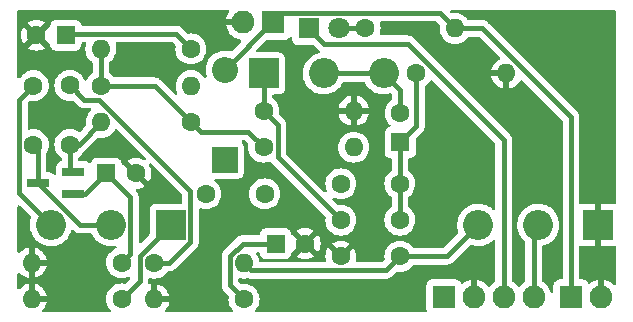
<source format=gtl>
%TF.GenerationSoftware,KiCad,Pcbnew,(5.99.0-7175-gc07a38b91b)*%
%TF.CreationDate,2020-11-24T09:55:21+02:00*%
%TF.ProjectId,gota-de-limon,676f7461-2d64-4652-9d6c-696d6f6e2e6b,rev?*%
%TF.SameCoordinates,Original*%
%TF.FileFunction,Copper,L1,Top*%
%TF.FilePolarity,Positive*%
%FSLAX46Y46*%
G04 Gerber Fmt 4.6, Leading zero omitted, Abs format (unit mm)*
G04 Created by KiCad (PCBNEW (5.99.0-7175-gc07a38b91b)) date 2020-11-24 09:55:21*
%MOMM*%
%LPD*%
G01*
G04 APERTURE LIST*
%TA.AperFunction,ComponentPad*%
%ADD10O,1.930400X1.930400*%
%TD*%
%TA.AperFunction,ComponentPad*%
%ADD11R,1.930400X1.930400*%
%TD*%
%TA.AperFunction,ComponentPad*%
%ADD12C,1.600000*%
%TD*%
%TA.AperFunction,ComponentPad*%
%ADD13O,1.600000X1.600000*%
%TD*%
%TA.AperFunction,ComponentPad*%
%ADD14R,2.200000X2.200000*%
%TD*%
%TA.AperFunction,ComponentPad*%
%ADD15O,2.200000X2.200000*%
%TD*%
%TA.AperFunction,ComponentPad*%
%ADD16R,1.600000X1.600000*%
%TD*%
%TA.AperFunction,ComponentPad*%
%ADD17R,2.540000X2.540000*%
%TD*%
%TA.AperFunction,ComponentPad*%
%ADD18O,2.540000X2.540000*%
%TD*%
%TA.AperFunction,SMDPad,CuDef*%
%ADD19R,1.900000X0.800000*%
%TD*%
%TA.AperFunction,ComponentPad*%
%ADD20R,1.800000X1.800000*%
%TD*%
%TA.AperFunction,ComponentPad*%
%ADD21C,1.800000*%
%TD*%
%TA.AperFunction,Conductor*%
%ADD22C,0.381000*%
%TD*%
G04 APERTURE END LIST*
D10*
%TO.P,J3,2,GND*%
%TO.N,GND*%
X87220000Y-69720000D03*
D11*
%TO.P,J3,1,PWR*%
%TO.N,+9V*%
X84680000Y-69720000D03*
%TD*%
D12*
%TO.P,R2,1*%
%TO.N,VCC*%
X52500000Y-48725000D03*
D13*
%TO.P,R2,2*%
%TO.N,Net-(R2-Pad2)*%
X44880000Y-48725000D03*
%TD*%
D12*
%TO.P,C7,1*%
%TO.N,Net-(C6-Pad2)*%
X39170000Y-51830000D03*
%TO.P,C7,2*%
%TO.N,Net-(C7-Pad2)*%
X39170000Y-56830000D03*
%TD*%
D14*
%TO.P,D2,1,K*%
%TO.N,VCC*%
X55360000Y-58110000D03*
D15*
%TO.P,D2,2,A*%
%TO.N,+9V*%
X55360000Y-50490000D03*
%TD*%
D12*
%TO.P,C9,1*%
%TO.N,Net-(C9-Pad1)*%
X42250000Y-56825000D03*
%TO.P,C9,2*%
%TO.N,Net-(C9-Pad2)*%
X42250000Y-51825000D03*
%TD*%
%TO.P,R5,1*%
%TO.N,Net-(R2-Pad2)*%
X44900000Y-51850000D03*
D13*
%TO.P,R5,2*%
%TO.N,Net-(C5-Pad2)*%
X52520000Y-51850000D03*
%TD*%
D12*
%TO.P,C6,1*%
%TO.N,Net-(C5-Pad2)*%
X58750000Y-61000000D03*
%TO.P,C6,2*%
%TO.N,Net-(C6-Pad2)*%
X53750000Y-61000000D03*
%TD*%
D16*
%TO.P,C1,1*%
%TO.N,VCC*%
X41920000Y-47570000D03*
D12*
%TO.P,C1,2*%
%TO.N,GND*%
X39420000Y-47570000D03*
%TD*%
%TO.P,C10,1*%
%TO.N,Net-(C10-Pad1)*%
X70200000Y-66290000D03*
%TO.P,C10,2*%
%TO.N,GND*%
X65200000Y-66290000D03*
%TD*%
D11*
%TO.P,J2,1,PWR*%
%TO.N,+9V*%
X59480000Y-46470000D03*
D10*
%TO.P,J2,2,GND*%
%TO.N,GND*%
X56940000Y-46470000D03*
%TD*%
D16*
%TO.P,C4,1*%
%TO.N,Net-(C4-Pad1)*%
X59670000Y-65210000D03*
D12*
%TO.P,C4,2*%
%TO.N,GND*%
X62170000Y-65210000D03*
%TD*%
D17*
%TO.P,RV2,1,1*%
%TO.N,Net-(R7-Pad1)*%
X50800000Y-63627000D03*
D18*
%TO.P,RV2,2,2*%
%TO.N,Net-(C7-Pad2)*%
X45720000Y-63627000D03*
%TO.P,RV2,3,3*%
%TO.N,Net-(C6-Pad2)*%
X40640000Y-63627000D03*
%TD*%
D17*
%TO.P,RV1,1,1*%
%TO.N,IN*%
X58674000Y-50800000D03*
D18*
%TO.P,RV1,2,2*%
%TO.N,Net-(C3-Pad2)*%
X63754000Y-50800000D03*
%TO.P,RV1,3,3*%
X68834000Y-50800000D03*
%TD*%
D12*
%TO.P,R1,1*%
%TO.N,IN*%
X58674000Y-53975000D03*
D13*
%TO.P,R1,2*%
%TO.N,GND*%
X66294000Y-53975000D03*
%TD*%
D12*
%TO.P,R6,1*%
%TO.N,Net-(C4-Pad1)*%
X57000000Y-69930000D03*
D13*
%TO.P,R6,2*%
%TO.N,GND*%
X49380000Y-69930000D03*
%TD*%
D11*
%TO.P,J1,1,IN*%
%TO.N,IN*%
X73910000Y-69720000D03*
D10*
%TO.P,J1,2,GND*%
%TO.N,GND*%
X76450000Y-69720000D03*
%TO.P,J1,3,SW*%
%TO.N,LED-*%
X78990000Y-69720000D03*
%TO.P,J1,4,OUT*%
%TO.N,OUT*%
X81530000Y-69720000D03*
%TD*%
D12*
%TO.P,R10,1*%
%TO.N,Net-(C8-Pad1)*%
X46630000Y-66830000D03*
D13*
%TO.P,R10,2*%
%TO.N,GND*%
X39010000Y-66830000D03*
%TD*%
D12*
%TO.P,R11,1*%
%TO.N,Net-(C9-Pad2)*%
X49370000Y-66870000D03*
D13*
%TO.P,R11,2*%
%TO.N,Net-(C10-Pad1)*%
X56990000Y-66870000D03*
%TD*%
D12*
%TO.P,C5,1*%
%TO.N,Net-(C2-Pad2)*%
X70200000Y-60150000D03*
%TO.P,C5,2*%
%TO.N,Net-(C5-Pad2)*%
X65200000Y-60150000D03*
%TD*%
%TO.P,R7,1*%
%TO.N,Net-(R7-Pad1)*%
X46630000Y-69900000D03*
D13*
%TO.P,R7,2*%
%TO.N,GND*%
X39010000Y-69900000D03*
%TD*%
D16*
%TO.P,C8,1*%
%TO.N,Net-(C8-Pad1)*%
X45350000Y-59275000D03*
D12*
%TO.P,C8,2*%
%TO.N,GND*%
X47850000Y-59275000D03*
%TD*%
%TO.P,R8,1*%
%TO.N,Net-(D1-Pad2)*%
X67250000Y-47000000D03*
D13*
%TO.P,R8,2*%
%TO.N,+9V*%
X74870000Y-47000000D03*
%TD*%
D12*
%TO.P,R9,1*%
%TO.N,Net-(R2-Pad2)*%
X52525000Y-54950000D03*
D13*
%TO.P,R9,2*%
%TO.N,Net-(C9-Pad1)*%
X44905000Y-54950000D03*
%TD*%
D17*
%TO.P,RV3,1,1*%
%TO.N,GND*%
X86995000Y-63627000D03*
D18*
%TO.P,RV3,2,2*%
%TO.N,OUT*%
X81915000Y-63627000D03*
%TO.P,RV3,3,3*%
%TO.N,Net-(C10-Pad1)*%
X76835000Y-63627000D03*
%TD*%
D12*
%TO.P,R3,1*%
%TO.N,Net-(R2-Pad2)*%
X58670000Y-57050000D03*
D13*
%TO.P,R3,2*%
%TO.N,Net-(C2-Pad2)*%
X66290000Y-57050000D03*
%TD*%
D12*
%TO.P,C2,1*%
%TO.N,IN*%
X65200000Y-63225000D03*
%TO.P,C2,2*%
%TO.N,Net-(C2-Pad2)*%
X70200000Y-63225000D03*
%TD*%
%TO.P,R4,1*%
%TO.N,Net-(C2-Pad2)*%
X71600000Y-50800000D03*
D13*
%TO.P,R4,2*%
%TO.N,GND*%
X79220000Y-50800000D03*
%TD*%
D19*
%TO.P,Q2,D,D*%
%TO.N,Net-(C8-Pad1)*%
X42550000Y-61050000D03*
%TO.P,Q2,G,G*%
%TO.N,Net-(C7-Pad2)*%
X39550000Y-60100000D03*
%TO.P,Q2,S,S*%
%TO.N,Net-(C9-Pad1)*%
X42550000Y-59150000D03*
%TD*%
D16*
%TO.P,C3,1*%
%TO.N,Net-(C2-Pad2)*%
X70231000Y-56642000D03*
D12*
%TO.P,C3,2*%
%TO.N,Net-(C3-Pad2)*%
X70231000Y-54142000D03*
%TD*%
D20*
%TO.P,D1,1,K*%
%TO.N,LED-*%
X62500000Y-47000000D03*
D21*
%TO.P,D1,2,A*%
%TO.N,Net-(D1-Pad2)*%
X65040000Y-47000000D03*
%TD*%
D22*
%TO.N,Net-(C4-Pad1)*%
X57000000Y-69930000D02*
X55799499Y-68729499D01*
X55799499Y-68729499D02*
X55799499Y-66298559D01*
X55799499Y-66298559D02*
X56888058Y-65210000D01*
X56888058Y-65210000D02*
X59670000Y-65210000D01*
%TO.N,IN*%
X65200000Y-63225000D02*
X59860501Y-57885501D01*
X59860501Y-57885501D02*
X59860501Y-55161501D01*
X59860501Y-55161501D02*
X58674000Y-53975000D01*
%TO.N,Net-(C6-Pad2)*%
X40640000Y-63627000D02*
X37979499Y-60966499D01*
X37979499Y-60966499D02*
X37979499Y-53020501D01*
X37979499Y-53020501D02*
X39170000Y-51830000D01*
%TO.N,Net-(C8-Pad1)*%
X46630000Y-66830000D02*
X47380501Y-66079499D01*
X47380501Y-66079499D02*
X47380501Y-61305501D01*
X47380501Y-61305501D02*
X45350000Y-59275000D01*
%TO.N,Net-(R7-Pad1)*%
X46630000Y-69900000D02*
X48179499Y-68350501D01*
X48179499Y-68350501D02*
X48179499Y-66247501D01*
X48179499Y-66247501D02*
X50800000Y-63627000D01*
%TO.N,Net-(C10-Pad1)*%
X56990000Y-66870000D02*
X57600501Y-67480501D01*
X57600501Y-67480501D02*
X69009499Y-67480501D01*
X69009499Y-67480501D02*
X70200000Y-66290000D01*
%TO.N,Net-(C9-Pad2)*%
X52460510Y-63529490D02*
X52460510Y-60743568D01*
X49370000Y-66870000D02*
X50649264Y-66870000D01*
X50649264Y-66870000D02*
X52460510Y-65058754D01*
X52460510Y-65058754D02*
X52460510Y-63529490D01*
%TO.N,+9V*%
X74870000Y-47000000D02*
X77181942Y-47000000D01*
X77181942Y-47000000D02*
X84680000Y-54498058D01*
X84680000Y-54498058D02*
X84680000Y-69720000D01*
%TO.N,VCC*%
X51225000Y-47450000D02*
X52500000Y-48725000D01*
X41950000Y-47450000D02*
X51225000Y-47450000D01*
%TO.N,Net-(C2-Pad2)*%
X70200000Y-56673000D02*
X70231000Y-56642000D01*
X70231000Y-56642000D02*
X71600000Y-55273000D01*
X70200000Y-63225000D02*
X70200000Y-60150000D01*
X70200000Y-60150000D02*
X70200000Y-56673000D01*
X71600000Y-55273000D02*
X71600000Y-50800000D01*
%TO.N,IN*%
X58674000Y-53975000D02*
X58674000Y-50800000D01*
%TO.N,Net-(C3-Pad2)*%
X70231000Y-52197000D02*
X70231000Y-54142000D01*
X63754000Y-50800000D02*
X68834000Y-50800000D01*
X68834000Y-50800000D02*
X70231000Y-52197000D01*
%TO.N,Net-(C7-Pad2)*%
X43077000Y-63627000D02*
X45720000Y-63627000D01*
X39550000Y-57175000D02*
X39175000Y-56800000D01*
X39550000Y-60100000D02*
X43077000Y-63627000D01*
X39550000Y-60100000D02*
X39550000Y-57175000D01*
%TO.N,Net-(C8-Pad1)*%
X43575000Y-61050000D02*
X45350000Y-59275000D01*
X42550000Y-61050000D02*
X43575000Y-61050000D01*
%TO.N,Net-(C9-Pad2)*%
X52460510Y-60743568D02*
X44757443Y-53040501D01*
X44757443Y-53040501D02*
X43465501Y-53040501D01*
X43465501Y-53040501D02*
X42250000Y-51825000D01*
%TO.N,Net-(C9-Pad1)*%
X42250000Y-56825000D02*
X42250000Y-58850000D01*
X42250000Y-58850000D02*
X42550000Y-59150000D01*
X43030000Y-56825000D02*
X44905000Y-54950000D01*
X42250000Y-56825000D02*
X43030000Y-56825000D01*
%TO.N,Net-(C10-Pad1)*%
X70200000Y-66290000D02*
X74172000Y-66290000D01*
X74172000Y-66290000D02*
X76835000Y-63627000D01*
%TO.N,Net-(D1-Pad2)*%
X65040000Y-47000000D02*
X66750000Y-47000000D01*
X66750000Y-47000000D02*
X67250000Y-46500000D01*
%TO.N,LED-*%
X63790501Y-48290501D02*
X62500000Y-47000000D01*
X78990000Y-56428058D02*
X70852443Y-48290501D01*
X70852443Y-48290501D02*
X63790501Y-48290501D01*
X78990000Y-69720000D02*
X78990000Y-56428058D01*
%TO.N,Net-(R3-Pad1)*%
X58650000Y-57050000D02*
X57346511Y-55746511D01*
X57346511Y-55746511D02*
X53321511Y-55746511D01*
X53321511Y-55746511D02*
X52525000Y-54950000D01*
X44900000Y-51850000D02*
X49425000Y-51850000D01*
X49425000Y-51850000D02*
X52525000Y-54950000D01*
X44880000Y-48725000D02*
X44880000Y-51830000D01*
X44880000Y-51830000D02*
X44900000Y-51850000D01*
%TO.N,+9V*%
X74870000Y-47000000D02*
X73579499Y-45709499D01*
X73579499Y-45709499D02*
X60240501Y-45709499D01*
X60240501Y-45709499D02*
X59480000Y-46470000D01*
X55360000Y-50490000D02*
X59380000Y-46470000D01*
X59380000Y-46470000D02*
X59480000Y-46470000D01*
%TO.N,OUT*%
X81530000Y-69720000D02*
X81530000Y-64012000D01*
X81530000Y-64012000D02*
X81915000Y-63627000D01*
%TD*%
%TA.AperFunction,Conductor*%
%TO.N,GND*%
G36*
X38016512Y-61992501D02*
G01*
X38023095Y-61998630D01*
X38929294Y-62904829D01*
X38963320Y-62967141D01*
X38956397Y-63042648D01*
X38948665Y-63061087D01*
X38883595Y-63317298D01*
X38883127Y-63321949D01*
X38883126Y-63321953D01*
X38878486Y-63368034D01*
X38857111Y-63580313D01*
X38857335Y-63584979D01*
X38857335Y-63584984D01*
X38859505Y-63630160D01*
X38869794Y-63844354D01*
X38921365Y-64103620D01*
X39010692Y-64352415D01*
X39016124Y-64362524D01*
X39110679Y-64538500D01*
X39135811Y-64585274D01*
X39138606Y-64589017D01*
X39138608Y-64589020D01*
X39291183Y-64793343D01*
X39291188Y-64793349D01*
X39293975Y-64797081D01*
X39297284Y-64800361D01*
X39297289Y-64800367D01*
X39475954Y-64977479D01*
X39481709Y-64983184D01*
X39485471Y-64985942D01*
X39485474Y-64985945D01*
X39691115Y-65136727D01*
X39694889Y-65139494D01*
X39699032Y-65141674D01*
X39699034Y-65141675D01*
X39924681Y-65260394D01*
X39924686Y-65260396D01*
X39928831Y-65262577D01*
X39933254Y-65264122D01*
X39933255Y-65264122D01*
X40077579Y-65314522D01*
X40178396Y-65349729D01*
X40182989Y-65350601D01*
X40433513Y-65398164D01*
X40433516Y-65398164D01*
X40438102Y-65399035D01*
X40567895Y-65404135D01*
X40697575Y-65409231D01*
X40697581Y-65409231D01*
X40702243Y-65409414D01*
X40820596Y-65396452D01*
X40960364Y-65381145D01*
X40960369Y-65381144D01*
X40965017Y-65380635D01*
X40969944Y-65379338D01*
X41216131Y-65314522D01*
X41220651Y-65313332D01*
X41381270Y-65244325D01*
X41459226Y-65210833D01*
X41459229Y-65210831D01*
X41463529Y-65208984D01*
X41467509Y-65206521D01*
X41467513Y-65206519D01*
X41684342Y-65072341D01*
X41684346Y-65072338D01*
X41688315Y-65069882D01*
X41890072Y-64899082D01*
X42064366Y-64700337D01*
X42078977Y-64677623D01*
X42204842Y-64481943D01*
X42207370Y-64478013D01*
X42315942Y-64236993D01*
X42341738Y-64145526D01*
X42379478Y-64085396D01*
X42443739Y-64055213D01*
X42514117Y-64064563D01*
X42552101Y-64090636D01*
X42563890Y-64102425D01*
X42569744Y-64108691D01*
X42600937Y-64144449D01*
X42600940Y-64144452D01*
X42605932Y-64150174D01*
X42612146Y-64154541D01*
X42657468Y-64186394D01*
X42662760Y-64190325D01*
X42712308Y-64229176D01*
X42719233Y-64232303D01*
X42722281Y-64234149D01*
X42734946Y-64241373D01*
X42738102Y-64243065D01*
X42744324Y-64247438D01*
X42751406Y-64250199D01*
X42803021Y-64270323D01*
X42809100Y-64272878D01*
X42866475Y-64298784D01*
X42873946Y-64300169D01*
X42877380Y-64301245D01*
X42891429Y-64305247D01*
X42894847Y-64306125D01*
X42901922Y-64308883D01*
X42930925Y-64312701D01*
X42964382Y-64317106D01*
X42970896Y-64318138D01*
X43025327Y-64328226D01*
X43025328Y-64328226D01*
X43032795Y-64329610D01*
X43040375Y-64329173D01*
X43040376Y-64329173D01*
X43091779Y-64326209D01*
X43099032Y-64326000D01*
X44001164Y-64326000D01*
X44069285Y-64346002D01*
X44112156Y-64392362D01*
X44190679Y-64538500D01*
X44215811Y-64585274D01*
X44218606Y-64589017D01*
X44218608Y-64589020D01*
X44371183Y-64793343D01*
X44371188Y-64793349D01*
X44373975Y-64797081D01*
X44377284Y-64800361D01*
X44377289Y-64800367D01*
X44555954Y-64977479D01*
X44561709Y-64983184D01*
X44565471Y-64985942D01*
X44565474Y-64985945D01*
X44771115Y-65136727D01*
X44774889Y-65139494D01*
X44779032Y-65141674D01*
X44779034Y-65141675D01*
X45004681Y-65260394D01*
X45004686Y-65260396D01*
X45008831Y-65262577D01*
X45013254Y-65264122D01*
X45013255Y-65264122D01*
X45157579Y-65314522D01*
X45258396Y-65349729D01*
X45262989Y-65350601D01*
X45513513Y-65398164D01*
X45513516Y-65398164D01*
X45518102Y-65399035D01*
X45647895Y-65404135D01*
X45777575Y-65409231D01*
X45777581Y-65409231D01*
X45782243Y-65409414D01*
X45900596Y-65396452D01*
X46040364Y-65381145D01*
X46040369Y-65381144D01*
X46045017Y-65380635D01*
X46049944Y-65379338D01*
X46057540Y-65377338D01*
X46128509Y-65379338D01*
X46187130Y-65419388D01*
X46214793Y-65484774D01*
X46202714Y-65554735D01*
X46154729Y-65607060D01*
X46142870Y-65613381D01*
X45978237Y-65690150D01*
X45978232Y-65690153D01*
X45973250Y-65692476D01*
X45968743Y-65695632D01*
X45968741Y-65695633D01*
X45790209Y-65820642D01*
X45790206Y-65820644D01*
X45785698Y-65823801D01*
X45623801Y-65985698D01*
X45620644Y-65990206D01*
X45620642Y-65990209D01*
X45522053Y-66131009D01*
X45492476Y-66173250D01*
X45490153Y-66178232D01*
X45490150Y-66178237D01*
X45412885Y-66343934D01*
X45395714Y-66380757D01*
X45394292Y-66386065D01*
X45394291Y-66386067D01*
X45337879Y-66596598D01*
X45336455Y-66601913D01*
X45316500Y-66830000D01*
X45336455Y-67058087D01*
X45337879Y-67063400D01*
X45337879Y-67063402D01*
X45357921Y-67138197D01*
X45395714Y-67279243D01*
X45398036Y-67284224D01*
X45398037Y-67284225D01*
X45490150Y-67481763D01*
X45490153Y-67481768D01*
X45492476Y-67486750D01*
X45495632Y-67491257D01*
X45495633Y-67491259D01*
X45618949Y-67667372D01*
X45623801Y-67674302D01*
X45785698Y-67836199D01*
X45790206Y-67839356D01*
X45790209Y-67839358D01*
X45964992Y-67961742D01*
X45973250Y-67967524D01*
X45978232Y-67969847D01*
X45978237Y-67969850D01*
X46173637Y-68060966D01*
X46180757Y-68064286D01*
X46186065Y-68065708D01*
X46186067Y-68065709D01*
X46396598Y-68122121D01*
X46396600Y-68122121D01*
X46401913Y-68123545D01*
X46630000Y-68143500D01*
X46858087Y-68123545D01*
X46863400Y-68122121D01*
X46863402Y-68122121D01*
X47073933Y-68065709D01*
X47073935Y-68065708D01*
X47079243Y-68064286D01*
X47177241Y-68018589D01*
X47247431Y-68007928D01*
X47312244Y-68036908D01*
X47351101Y-68096327D01*
X47351664Y-68167322D01*
X47319586Y-68221879D01*
X46969447Y-68572019D01*
X46907134Y-68606044D01*
X46860035Y-68606977D01*
X46858087Y-68606455D01*
X46852616Y-68605976D01*
X46852614Y-68605976D01*
X46635475Y-68586979D01*
X46630000Y-68586500D01*
X46401913Y-68606455D01*
X46396600Y-68607879D01*
X46396598Y-68607879D01*
X46186067Y-68664291D01*
X46186065Y-68664292D01*
X46180757Y-68665714D01*
X46175776Y-68668036D01*
X46175775Y-68668037D01*
X45978237Y-68760150D01*
X45978232Y-68760153D01*
X45973250Y-68762476D01*
X45968743Y-68765632D01*
X45968741Y-68765633D01*
X45790209Y-68890642D01*
X45790206Y-68890644D01*
X45785698Y-68893801D01*
X45623801Y-69055698D01*
X45620644Y-69060206D01*
X45620642Y-69060209D01*
X45497001Y-69236787D01*
X45492476Y-69243250D01*
X45490153Y-69248232D01*
X45490150Y-69248237D01*
X45419056Y-69400699D01*
X45395714Y-69450757D01*
X45394292Y-69456065D01*
X45394291Y-69456067D01*
X45386207Y-69486238D01*
X45336455Y-69671913D01*
X45316500Y-69900000D01*
X45336455Y-70128087D01*
X45337879Y-70133400D01*
X45337879Y-70133402D01*
X45380469Y-70292347D01*
X45395714Y-70349243D01*
X45398036Y-70354224D01*
X45398037Y-70354225D01*
X45490150Y-70551763D01*
X45490153Y-70551768D01*
X45492476Y-70556750D01*
X45495632Y-70561257D01*
X45495633Y-70561259D01*
X45618949Y-70737372D01*
X45623801Y-70744302D01*
X45676404Y-70796905D01*
X45710430Y-70859217D01*
X45705365Y-70930032D01*
X45662818Y-70986868D01*
X45596298Y-71011679D01*
X45587309Y-71012000D01*
X40051986Y-71012000D01*
X39983865Y-70991998D01*
X39937372Y-70938342D01*
X39927268Y-70868068D01*
X39956762Y-70803488D01*
X39962891Y-70796905D01*
X40011919Y-70747877D01*
X40018975Y-70739469D01*
X40143934Y-70561009D01*
X40149417Y-70551513D01*
X40241491Y-70354057D01*
X40245239Y-70343761D01*
X40291398Y-70171497D01*
X40291062Y-70157401D01*
X40283120Y-70154000D01*
X39264002Y-70153999D01*
X39263996Y-70154000D01*
X38882000Y-70153999D01*
X38813879Y-70133997D01*
X38767386Y-70080341D01*
X38756000Y-70027999D01*
X38756000Y-69627885D01*
X39263999Y-69627885D01*
X39268474Y-69643124D01*
X39269864Y-69644329D01*
X39277547Y-69646000D01*
X40277971Y-69646001D01*
X40291502Y-69642028D01*
X40292731Y-69633479D01*
X40245239Y-69456238D01*
X40241493Y-69445946D01*
X40149417Y-69248487D01*
X40143934Y-69238991D01*
X40018975Y-69060531D01*
X40011919Y-69052123D01*
X39857877Y-68898081D01*
X39849469Y-68891025D01*
X39671009Y-68766066D01*
X39661513Y-68760583D01*
X39464057Y-68668509D01*
X39453761Y-68664761D01*
X39281497Y-68618602D01*
X39267401Y-68618938D01*
X39264000Y-68626880D01*
X39263999Y-69627885D01*
X38756000Y-69627885D01*
X38756001Y-68632029D01*
X38752028Y-68618498D01*
X38743479Y-68617269D01*
X38566238Y-68664761D01*
X38555946Y-68668507D01*
X38358487Y-68760583D01*
X38348991Y-68766066D01*
X38170531Y-68891025D01*
X38162123Y-68898081D01*
X38023095Y-69037109D01*
X37960783Y-69071135D01*
X37889968Y-69066070D01*
X37833132Y-69023523D01*
X37808321Y-68957003D01*
X37808000Y-68948014D01*
X37808000Y-67781986D01*
X37828002Y-67713865D01*
X37881658Y-67667372D01*
X37951932Y-67657268D01*
X38016512Y-67686762D01*
X38023095Y-67692891D01*
X38162123Y-67831919D01*
X38170531Y-67838975D01*
X38348991Y-67963934D01*
X38358487Y-67969417D01*
X38555943Y-68061491D01*
X38566239Y-68065239D01*
X38738503Y-68111398D01*
X38752599Y-68111062D01*
X38756000Y-68103120D01*
X38756000Y-68097971D01*
X39263999Y-68097971D01*
X39267972Y-68111502D01*
X39276521Y-68112731D01*
X39453762Y-68065239D01*
X39464054Y-68061493D01*
X39661513Y-67969417D01*
X39671009Y-67963934D01*
X39849469Y-67838975D01*
X39857877Y-67831919D01*
X40011919Y-67677877D01*
X40018975Y-67669469D01*
X40143934Y-67491009D01*
X40149417Y-67481513D01*
X40241491Y-67284057D01*
X40245239Y-67273761D01*
X40291398Y-67101497D01*
X40291062Y-67087401D01*
X40283120Y-67084000D01*
X39282115Y-67083999D01*
X39266876Y-67088474D01*
X39265671Y-67089864D01*
X39264000Y-67097547D01*
X39263999Y-68097971D01*
X38756000Y-68097971D01*
X38756001Y-67084000D01*
X38756000Y-67083996D01*
X38756000Y-66557885D01*
X39263999Y-66557885D01*
X39268474Y-66573124D01*
X39269864Y-66574329D01*
X39277547Y-66576000D01*
X40277971Y-66576001D01*
X40291502Y-66572028D01*
X40292731Y-66563479D01*
X40245239Y-66386238D01*
X40241493Y-66375946D01*
X40149417Y-66178487D01*
X40143934Y-66168991D01*
X40018975Y-65990531D01*
X40011919Y-65982123D01*
X39857877Y-65828081D01*
X39849469Y-65821025D01*
X39671009Y-65696066D01*
X39661513Y-65690583D01*
X39464057Y-65598509D01*
X39453761Y-65594761D01*
X39281497Y-65548602D01*
X39267401Y-65548938D01*
X39264000Y-65556880D01*
X39263999Y-66557885D01*
X38756000Y-66557885D01*
X38756001Y-65562029D01*
X38752028Y-65548498D01*
X38743479Y-65547269D01*
X38566238Y-65594761D01*
X38555946Y-65598507D01*
X38358487Y-65690583D01*
X38348991Y-65696066D01*
X38170531Y-65821025D01*
X38162123Y-65828081D01*
X38023095Y-65967109D01*
X37960783Y-66001135D01*
X37889968Y-65996070D01*
X37833132Y-65953523D01*
X37808321Y-65887003D01*
X37808000Y-65878014D01*
X37808000Y-62087725D01*
X37828002Y-62019604D01*
X37881658Y-61973111D01*
X37951932Y-61963007D01*
X38016512Y-61992501D01*
G37*
%TD.AperFunction*%
%TA.AperFunction,Conductor*%
G36*
X61055724Y-47726562D02*
G01*
X61085218Y-47791142D01*
X61086500Y-47809074D01*
X61086500Y-47900000D01*
X61091727Y-47973079D01*
X61114655Y-48051165D01*
X61124233Y-48083784D01*
X61132904Y-48113316D01*
X61137775Y-48120895D01*
X61207051Y-48228691D01*
X61207053Y-48228694D01*
X61211923Y-48236271D01*
X61218733Y-48242172D01*
X61315569Y-48326082D01*
X61315572Y-48326084D01*
X61322381Y-48331984D01*
X61330579Y-48335728D01*
X61439683Y-48385554D01*
X61455330Y-48392700D01*
X61464245Y-48393982D01*
X61464246Y-48393982D01*
X61595552Y-48412861D01*
X61595559Y-48412862D01*
X61600000Y-48413500D01*
X62872775Y-48413500D01*
X62940896Y-48433502D01*
X62961870Y-48450405D01*
X63277391Y-48765926D01*
X63283245Y-48772192D01*
X63314438Y-48807950D01*
X63314441Y-48807953D01*
X63319433Y-48813675D01*
X63356371Y-48839635D01*
X63366874Y-48847017D01*
X63411105Y-48902551D01*
X63418291Y-48973183D01*
X63386150Y-49036488D01*
X63329681Y-49071070D01*
X63129405Y-49129445D01*
X62889342Y-49240116D01*
X62885437Y-49242676D01*
X62885432Y-49242679D01*
X62672187Y-49382488D01*
X62672182Y-49382492D01*
X62668274Y-49385054D01*
X62471057Y-49561077D01*
X62302025Y-49764316D01*
X62164890Y-49990308D01*
X62163081Y-49994622D01*
X62163080Y-49994624D01*
X62110181Y-50120775D01*
X62062665Y-50234087D01*
X61997595Y-50490298D01*
X61997127Y-50494949D01*
X61997126Y-50494953D01*
X61991986Y-50546000D01*
X61971111Y-50753313D01*
X61971335Y-50757979D01*
X61971335Y-50757984D01*
X61975645Y-50847696D01*
X61983794Y-51017354D01*
X62035365Y-51276620D01*
X62124692Y-51525415D01*
X62126908Y-51529539D01*
X62194290Y-51654943D01*
X62249811Y-51758274D01*
X62252606Y-51762017D01*
X62252608Y-51762020D01*
X62405183Y-51966343D01*
X62405188Y-51966349D01*
X62407975Y-51970081D01*
X62411284Y-51973361D01*
X62411289Y-51973367D01*
X62542172Y-52103112D01*
X62595709Y-52156184D01*
X62599471Y-52158942D01*
X62599474Y-52158945D01*
X62805115Y-52309727D01*
X62808889Y-52312494D01*
X62813032Y-52314674D01*
X62813034Y-52314675D01*
X63038681Y-52433394D01*
X63038686Y-52433396D01*
X63042831Y-52435577D01*
X63047254Y-52437122D01*
X63047255Y-52437122D01*
X63243713Y-52505728D01*
X63292396Y-52522729D01*
X63296989Y-52523601D01*
X63547513Y-52571164D01*
X63547516Y-52571164D01*
X63552102Y-52572035D01*
X63684173Y-52577225D01*
X63811575Y-52582231D01*
X63811581Y-52582231D01*
X63816243Y-52582414D01*
X63938705Y-52569002D01*
X64074364Y-52554145D01*
X64074369Y-52554144D01*
X64079017Y-52553635D01*
X64141837Y-52537096D01*
X64286326Y-52499055D01*
X64334651Y-52486332D01*
X64507264Y-52412172D01*
X64573226Y-52383833D01*
X64573229Y-52383831D01*
X64577529Y-52381984D01*
X64581509Y-52379521D01*
X64581513Y-52379519D01*
X64798342Y-52245341D01*
X64798346Y-52245338D01*
X64802315Y-52242882D01*
X65004072Y-52072082D01*
X65178366Y-51873337D01*
X65189856Y-51855475D01*
X65318842Y-51654943D01*
X65321370Y-51651013D01*
X65326571Y-51639469D01*
X65356400Y-51573250D01*
X65402615Y-51519355D01*
X65471282Y-51499000D01*
X67115164Y-51499000D01*
X67183285Y-51519002D01*
X67226156Y-51565362D01*
X67274290Y-51654943D01*
X67329811Y-51758274D01*
X67332606Y-51762017D01*
X67332608Y-51762020D01*
X67485183Y-51966343D01*
X67485188Y-51966349D01*
X67487975Y-51970081D01*
X67491284Y-51973361D01*
X67491289Y-51973367D01*
X67622172Y-52103112D01*
X67675709Y-52156184D01*
X67679471Y-52158942D01*
X67679474Y-52158945D01*
X67885115Y-52309727D01*
X67888889Y-52312494D01*
X67893032Y-52314674D01*
X67893034Y-52314675D01*
X68118681Y-52433394D01*
X68118686Y-52433396D01*
X68122831Y-52435577D01*
X68127254Y-52437122D01*
X68127255Y-52437122D01*
X68323713Y-52505728D01*
X68372396Y-52522729D01*
X68376989Y-52523601D01*
X68627513Y-52571164D01*
X68627516Y-52571164D01*
X68632102Y-52572035D01*
X68764173Y-52577225D01*
X68891575Y-52582231D01*
X68891581Y-52582231D01*
X68896243Y-52582414D01*
X69018705Y-52569002D01*
X69154364Y-52554145D01*
X69154369Y-52554144D01*
X69159017Y-52553635D01*
X69214202Y-52539106D01*
X69373920Y-52497056D01*
X69444889Y-52499055D01*
X69503510Y-52539106D01*
X69531173Y-52604492D01*
X69532000Y-52618904D01*
X69532000Y-52968468D01*
X69511998Y-53036589D01*
X69478272Y-53071680D01*
X69456524Y-53086908D01*
X69393986Y-53130698D01*
X69386698Y-53135801D01*
X69224801Y-53297698D01*
X69221644Y-53302206D01*
X69221642Y-53302209D01*
X69210410Y-53318250D01*
X69093476Y-53485250D01*
X69091153Y-53490232D01*
X69091150Y-53490237D01*
X69000883Y-53683816D01*
X68996714Y-53692757D01*
X68995292Y-53698065D01*
X68995291Y-53698067D01*
X68982203Y-53746913D01*
X68937455Y-53913913D01*
X68917500Y-54142000D01*
X68937455Y-54370087D01*
X68938879Y-54375400D01*
X68938879Y-54375402D01*
X68977732Y-54520400D01*
X68996714Y-54591243D01*
X68999036Y-54596224D01*
X68999037Y-54596225D01*
X69091150Y-54793763D01*
X69091153Y-54793768D01*
X69093476Y-54798750D01*
X69096632Y-54803257D01*
X69096633Y-54803259D01*
X69221228Y-54981199D01*
X69224801Y-54986302D01*
X69373421Y-55134922D01*
X69407447Y-55197234D01*
X69402382Y-55268049D01*
X69359835Y-55324885D01*
X69319824Y-55344913D01*
X69226330Y-55372365D01*
X69226328Y-55372366D01*
X69217684Y-55374904D01*
X69188075Y-55393933D01*
X69102309Y-55449051D01*
X69102306Y-55449053D01*
X69094729Y-55453923D01*
X69088828Y-55460733D01*
X69004918Y-55557569D01*
X69004916Y-55557572D01*
X68999016Y-55564381D01*
X68995272Y-55572579D01*
X68985357Y-55594291D01*
X68938300Y-55697330D01*
X68937018Y-55706245D01*
X68937018Y-55706246D01*
X68918139Y-55837552D01*
X68918138Y-55837559D01*
X68917500Y-55842000D01*
X68917500Y-57442000D01*
X68922727Y-57515079D01*
X68963904Y-57655316D01*
X68975397Y-57673199D01*
X69038051Y-57770691D01*
X69038053Y-57770694D01*
X69042923Y-57778271D01*
X69049733Y-57784172D01*
X69146569Y-57868082D01*
X69146572Y-57868084D01*
X69153381Y-57873984D01*
X69286330Y-57934700D01*
X69295245Y-57935982D01*
X69295246Y-57935982D01*
X69392933Y-57950027D01*
X69457513Y-57979521D01*
X69495897Y-58039247D01*
X69501001Y-58074745D01*
X69501000Y-58976468D01*
X69480998Y-59044589D01*
X69447272Y-59079680D01*
X69355698Y-59143801D01*
X69193801Y-59305698D01*
X69190644Y-59310206D01*
X69190642Y-59310209D01*
X69066419Y-59487619D01*
X69062476Y-59493250D01*
X69060153Y-59498232D01*
X69060150Y-59498237D01*
X68977161Y-59676208D01*
X68965714Y-59700757D01*
X68964292Y-59706065D01*
X68964291Y-59706067D01*
X68913062Y-59897256D01*
X68906455Y-59921913D01*
X68886500Y-60150000D01*
X68906455Y-60378087D01*
X68965714Y-60599243D01*
X68968036Y-60604224D01*
X68968037Y-60604225D01*
X69060150Y-60801763D01*
X69060153Y-60801768D01*
X69062476Y-60806750D01*
X69065632Y-60811257D01*
X69065633Y-60811259D01*
X69167800Y-60957168D01*
X69193801Y-60994302D01*
X69355698Y-61156199D01*
X69360206Y-61159356D01*
X69360209Y-61159358D01*
X69447272Y-61220320D01*
X69491600Y-61275777D01*
X69501001Y-61323533D01*
X69501000Y-62051468D01*
X69480998Y-62119589D01*
X69447272Y-62154680D01*
X69413118Y-62178595D01*
X69364940Y-62212330D01*
X69355698Y-62218801D01*
X69193801Y-62380698D01*
X69190644Y-62385206D01*
X69190642Y-62385209D01*
X69162253Y-62425753D01*
X69062476Y-62568250D01*
X69060153Y-62573232D01*
X69060150Y-62573237D01*
X69033831Y-62629679D01*
X68965714Y-62775757D01*
X68964292Y-62781065D01*
X68964291Y-62781067D01*
X68936294Y-62885554D01*
X68906455Y-62996913D01*
X68886500Y-63225000D01*
X68906455Y-63453087D01*
X68965714Y-63674243D01*
X68968036Y-63679224D01*
X68968037Y-63679225D01*
X69060150Y-63876763D01*
X69060153Y-63876768D01*
X69062476Y-63881750D01*
X69065632Y-63886257D01*
X69065633Y-63886259D01*
X69190483Y-64064563D01*
X69193801Y-64069302D01*
X69355698Y-64231199D01*
X69360206Y-64234356D01*
X69360209Y-64234358D01*
X69538741Y-64359367D01*
X69543250Y-64362524D01*
X69548232Y-64364847D01*
X69548237Y-64364850D01*
X69745775Y-64456963D01*
X69750757Y-64459286D01*
X69756065Y-64460708D01*
X69756067Y-64460709D01*
X69966598Y-64517121D01*
X69966600Y-64517121D01*
X69971913Y-64518545D01*
X70200000Y-64538500D01*
X70428087Y-64518545D01*
X70433400Y-64517121D01*
X70433402Y-64517121D01*
X70643933Y-64460709D01*
X70643935Y-64460708D01*
X70649243Y-64459286D01*
X70654225Y-64456963D01*
X70851763Y-64364850D01*
X70851768Y-64364847D01*
X70856750Y-64362524D01*
X70861259Y-64359367D01*
X71039791Y-64234358D01*
X71039794Y-64234356D01*
X71044302Y-64231199D01*
X71206199Y-64069302D01*
X71209518Y-64064563D01*
X71334367Y-63886259D01*
X71334368Y-63886257D01*
X71337524Y-63881750D01*
X71339847Y-63876768D01*
X71339850Y-63876763D01*
X71431963Y-63679225D01*
X71431964Y-63679224D01*
X71434286Y-63674243D01*
X71493545Y-63453087D01*
X71513500Y-63225000D01*
X71493545Y-62996913D01*
X71463706Y-62885554D01*
X71435709Y-62781067D01*
X71435708Y-62781065D01*
X71434286Y-62775757D01*
X71366169Y-62629679D01*
X71339850Y-62573237D01*
X71339847Y-62573232D01*
X71337524Y-62568250D01*
X71237747Y-62425753D01*
X71209358Y-62385209D01*
X71209356Y-62385206D01*
X71206199Y-62380698D01*
X71044302Y-62218801D01*
X70952729Y-62154681D01*
X70908401Y-62099225D01*
X70899000Y-62051469D01*
X70899000Y-61323531D01*
X70919002Y-61255410D01*
X70952730Y-61220318D01*
X70976929Y-61203374D01*
X71044302Y-61156199D01*
X71206199Y-60994302D01*
X71232201Y-60957168D01*
X71334367Y-60811259D01*
X71334368Y-60811257D01*
X71337524Y-60806750D01*
X71339847Y-60801768D01*
X71339850Y-60801763D01*
X71431963Y-60604225D01*
X71431964Y-60604224D01*
X71434286Y-60599243D01*
X71493545Y-60378087D01*
X71513500Y-60150000D01*
X71493545Y-59921913D01*
X71486938Y-59897256D01*
X71435709Y-59706067D01*
X71435708Y-59706065D01*
X71434286Y-59700757D01*
X71422839Y-59676208D01*
X71339850Y-59498237D01*
X71339847Y-59498232D01*
X71337524Y-59493250D01*
X71333581Y-59487619D01*
X71209358Y-59310209D01*
X71209356Y-59310206D01*
X71206199Y-59305698D01*
X71044302Y-59143801D01*
X70952729Y-59079681D01*
X70908401Y-59024225D01*
X70899000Y-58976469D01*
X70899000Y-58081500D01*
X70919002Y-58013379D01*
X70972658Y-57966886D01*
X71025000Y-57955500D01*
X71031000Y-57955500D01*
X71104079Y-57950273D01*
X71182165Y-57927345D01*
X71235670Y-57911635D01*
X71235672Y-57911634D01*
X71244316Y-57909096D01*
X71308135Y-57868082D01*
X71359691Y-57834949D01*
X71359694Y-57834947D01*
X71367271Y-57830077D01*
X71407048Y-57784172D01*
X71457082Y-57726431D01*
X71457084Y-57726428D01*
X71462984Y-57719619D01*
X71523700Y-57586670D01*
X71536270Y-57499243D01*
X71543861Y-57446448D01*
X71543862Y-57446441D01*
X71544500Y-57442000D01*
X71544500Y-56369225D01*
X71564502Y-56301104D01*
X71581405Y-56280130D01*
X72075427Y-55786108D01*
X72081693Y-55780254D01*
X72107077Y-55758110D01*
X72123174Y-55744068D01*
X72159397Y-55692529D01*
X72163328Y-55687236D01*
X72197487Y-55643672D01*
X72202176Y-55637692D01*
X72205303Y-55630767D01*
X72207149Y-55627719D01*
X72214373Y-55615054D01*
X72216065Y-55611898D01*
X72220438Y-55605676D01*
X72243322Y-55546982D01*
X72245870Y-55540919D01*
X72271784Y-55483526D01*
X72273169Y-55476050D01*
X72274249Y-55472605D01*
X72278236Y-55458612D01*
X72279123Y-55455155D01*
X72281883Y-55448078D01*
X72290106Y-55385619D01*
X72291138Y-55379105D01*
X72301226Y-55324673D01*
X72301226Y-55324672D01*
X72302610Y-55317205D01*
X72299209Y-55258220D01*
X72299000Y-55250968D01*
X72299000Y-51973531D01*
X72319002Y-51905410D01*
X72352730Y-51870318D01*
X72381747Y-51850000D01*
X72444302Y-51806199D01*
X72606199Y-51644302D01*
X72613322Y-51634130D01*
X72734367Y-51461259D01*
X72734368Y-51461257D01*
X72737524Y-51456750D01*
X72745834Y-51438930D01*
X72754537Y-51420266D01*
X72801455Y-51366981D01*
X72869732Y-51347520D01*
X72937692Y-51368062D01*
X72957827Y-51384421D01*
X78254096Y-56680690D01*
X78288122Y-56743002D01*
X78291001Y-56769785D01*
X78291001Y-62263269D01*
X78270999Y-62331390D01*
X78217343Y-62377883D01*
X78147069Y-62387987D01*
X78078668Y-62355044D01*
X77960801Y-62244166D01*
X77957393Y-62240960D01*
X77802599Y-62133576D01*
X77744037Y-62092949D01*
X77744034Y-62092947D01*
X77740195Y-62090284D01*
X77736005Y-62088218D01*
X77736002Y-62088216D01*
X77507299Y-61975433D01*
X77507296Y-61975432D01*
X77503111Y-61973368D01*
X77473287Y-61963821D01*
X77349333Y-61924143D01*
X77251350Y-61892778D01*
X76995588Y-61851125D01*
X76995054Y-61851038D01*
X76995053Y-61851038D01*
X76990442Y-61850287D01*
X76858281Y-61848557D01*
X76730797Y-61846888D01*
X76730794Y-61846888D01*
X76726120Y-61846827D01*
X76464189Y-61882474D01*
X76459703Y-61883782D01*
X76459701Y-61883782D01*
X76428837Y-61892778D01*
X76210405Y-61956445D01*
X76206152Y-61958405D01*
X76206151Y-61958406D01*
X76194405Y-61963821D01*
X75970342Y-62067116D01*
X75966437Y-62069676D01*
X75966432Y-62069679D01*
X75753187Y-62209488D01*
X75753182Y-62209492D01*
X75749274Y-62212054D01*
X75659567Y-62292121D01*
X75564691Y-62376801D01*
X75552057Y-62388077D01*
X75383025Y-62591316D01*
X75245890Y-62817308D01*
X75244081Y-62821622D01*
X75244080Y-62821624D01*
X75207861Y-62907998D01*
X75143665Y-63061087D01*
X75078595Y-63317298D01*
X75078127Y-63321949D01*
X75078126Y-63321953D01*
X75073486Y-63368034D01*
X75052111Y-63580313D01*
X75052335Y-63584979D01*
X75052335Y-63584984D01*
X75054505Y-63630160D01*
X75064794Y-63844354D01*
X75116365Y-64103620D01*
X75117941Y-64108011D01*
X75117944Y-64108020D01*
X75156336Y-64214950D01*
X75160530Y-64285822D01*
X75126843Y-64346622D01*
X73919371Y-65554095D01*
X73857059Y-65588120D01*
X73830276Y-65591000D01*
X71373531Y-65591000D01*
X71305410Y-65570998D01*
X71270318Y-65537270D01*
X71265103Y-65529822D01*
X71206199Y-65445698D01*
X71044302Y-65283801D01*
X71039794Y-65280644D01*
X71039791Y-65280642D01*
X70861259Y-65155633D01*
X70861257Y-65155632D01*
X70856750Y-65152476D01*
X70851768Y-65150153D01*
X70851763Y-65150150D01*
X70654225Y-65058037D01*
X70654224Y-65058036D01*
X70649243Y-65055714D01*
X70643935Y-65054292D01*
X70643933Y-65054291D01*
X70433402Y-64997879D01*
X70433400Y-64997879D01*
X70428087Y-64996455D01*
X70200000Y-64976500D01*
X69971913Y-64996455D01*
X69966600Y-64997879D01*
X69966598Y-64997879D01*
X69756067Y-65054291D01*
X69756065Y-65054292D01*
X69750757Y-65055714D01*
X69745776Y-65058036D01*
X69745775Y-65058037D01*
X69548237Y-65150150D01*
X69548232Y-65150153D01*
X69543250Y-65152476D01*
X69538743Y-65155632D01*
X69538741Y-65155633D01*
X69360209Y-65280642D01*
X69360206Y-65280644D01*
X69355698Y-65283801D01*
X69193801Y-65445698D01*
X69190644Y-65450206D01*
X69190642Y-65450209D01*
X69067836Y-65625595D01*
X69062476Y-65633250D01*
X69060153Y-65638232D01*
X69060150Y-65638237D01*
X68968037Y-65835775D01*
X68965714Y-65840757D01*
X68964292Y-65846065D01*
X68964291Y-65846067D01*
X68912328Y-66039996D01*
X68906455Y-66061913D01*
X68886500Y-66290000D01*
X68906455Y-66518087D01*
X68906876Y-66519659D01*
X68899143Y-66589026D01*
X68872019Y-66629447D01*
X68756870Y-66744596D01*
X68694558Y-66778622D01*
X68667775Y-66781501D01*
X66586655Y-66781501D01*
X66518534Y-66761499D01*
X66472041Y-66707843D01*
X66461937Y-66637569D01*
X66464948Y-66622890D01*
X66491630Y-66523313D01*
X66493532Y-66512523D01*
X66512521Y-66295475D01*
X66512521Y-66284525D01*
X66493532Y-66067477D01*
X66491630Y-66056690D01*
X66435239Y-65846239D01*
X66431491Y-65835943D01*
X66339417Y-65638487D01*
X66333934Y-65628992D01*
X66297494Y-65576950D01*
X66287015Y-65568574D01*
X66273570Y-65575641D01*
X65559210Y-66290000D01*
X65289095Y-66560116D01*
X65226783Y-66594141D01*
X65155967Y-66589076D01*
X65110905Y-66560115D01*
X64840790Y-66290000D01*
X64125710Y-65574921D01*
X64113935Y-65568491D01*
X64101920Y-65577787D01*
X64066066Y-65628992D01*
X64060583Y-65638487D01*
X63968509Y-65835943D01*
X63964761Y-65846239D01*
X63908370Y-66056690D01*
X63906468Y-66067477D01*
X63887479Y-66284525D01*
X63887479Y-66295475D01*
X63906468Y-66512523D01*
X63908370Y-66523313D01*
X63935052Y-66622890D01*
X63933362Y-66693866D01*
X63893568Y-66752662D01*
X63828304Y-66780610D01*
X63813345Y-66781501D01*
X58411215Y-66781501D01*
X58343094Y-66761499D01*
X58296601Y-66707843D01*
X58285694Y-66666480D01*
X58284025Y-66647393D01*
X58284024Y-66647387D01*
X58283545Y-66641913D01*
X58229842Y-66441491D01*
X58225709Y-66426067D01*
X58225708Y-66426065D01*
X58224286Y-66420757D01*
X58204951Y-66379293D01*
X58195808Y-66319097D01*
X58166167Y-66293412D01*
X58157970Y-66278542D01*
X58129850Y-66218237D01*
X58129847Y-66218232D01*
X58127524Y-66213250D01*
X58124367Y-66208742D01*
X58124364Y-66208736D01*
X58053317Y-66107270D01*
X58030629Y-66039996D01*
X58047914Y-65971136D01*
X58099684Y-65922552D01*
X58156530Y-65909000D01*
X58231966Y-65909000D01*
X58300087Y-65929002D01*
X58346580Y-65982658D01*
X58357645Y-66026010D01*
X58360213Y-66061913D01*
X58361727Y-66083079D01*
X58380130Y-66145754D01*
X58393061Y-66189794D01*
X58393061Y-66229736D01*
X58413713Y-66242778D01*
X58425144Y-66257922D01*
X58477051Y-66338691D01*
X58477053Y-66338694D01*
X58481923Y-66346271D01*
X58488733Y-66352172D01*
X58585569Y-66436082D01*
X58585572Y-66436084D01*
X58592381Y-66441984D01*
X58725330Y-66502700D01*
X58734245Y-66503982D01*
X58734246Y-66503982D01*
X58865552Y-66522861D01*
X58865559Y-66522862D01*
X58870000Y-66523500D01*
X60470000Y-66523500D01*
X60543079Y-66518273D01*
X60621165Y-66495345D01*
X60674670Y-66479635D01*
X60674672Y-66479634D01*
X60683316Y-66477096D01*
X60747135Y-66436082D01*
X60798691Y-66402949D01*
X60798694Y-66402947D01*
X60806271Y-66398077D01*
X60846048Y-66352172D01*
X60894666Y-66296064D01*
X61448490Y-66296064D01*
X61457784Y-66308078D01*
X61508992Y-66343934D01*
X61518487Y-66349417D01*
X61715943Y-66441491D01*
X61726239Y-66445239D01*
X61936690Y-66501630D01*
X61947477Y-66503532D01*
X62164525Y-66522521D01*
X62175475Y-66522521D01*
X62392523Y-66503532D01*
X62403310Y-66501630D01*
X62613761Y-66445239D01*
X62624057Y-66441491D01*
X62821513Y-66349417D01*
X62831008Y-66343934D01*
X62883050Y-66307494D01*
X62891426Y-66297015D01*
X62884359Y-66283570D01*
X62182811Y-65582021D01*
X62168868Y-65574408D01*
X62167034Y-65574539D01*
X62160420Y-65578790D01*
X61454917Y-66284294D01*
X61448490Y-66296064D01*
X60894666Y-66296064D01*
X60896082Y-66294431D01*
X60896084Y-66294428D01*
X60901984Y-66287619D01*
X60962700Y-66154670D01*
X60972281Y-66088035D01*
X60978666Y-66043622D01*
X61008159Y-65979041D01*
X61048602Y-65953050D01*
X61047139Y-65950267D01*
X61096430Y-65924359D01*
X61797979Y-65222811D01*
X61804355Y-65211132D01*
X62534408Y-65211132D01*
X62534539Y-65212966D01*
X62538790Y-65219580D01*
X63244294Y-65925083D01*
X63256064Y-65931510D01*
X63268078Y-65922216D01*
X63303934Y-65871008D01*
X63309417Y-65861513D01*
X63401491Y-65664057D01*
X63405239Y-65653761D01*
X63461630Y-65443310D01*
X63463532Y-65432523D01*
X63482521Y-65215475D01*
X63482521Y-65204525D01*
X63482387Y-65202985D01*
X64478574Y-65202985D01*
X64485641Y-65216430D01*
X65187189Y-65917979D01*
X65201132Y-65925592D01*
X65202966Y-65925461D01*
X65209580Y-65921210D01*
X65915083Y-65215706D01*
X65921510Y-65203936D01*
X65912216Y-65191922D01*
X65861008Y-65156066D01*
X65851513Y-65150583D01*
X65654057Y-65058509D01*
X65643761Y-65054761D01*
X65433310Y-64998370D01*
X65422523Y-64996468D01*
X65205475Y-64977479D01*
X65194525Y-64977479D01*
X64977477Y-64996468D01*
X64966690Y-64998370D01*
X64756239Y-65054761D01*
X64745943Y-65058509D01*
X64548487Y-65150583D01*
X64538992Y-65156066D01*
X64486950Y-65192506D01*
X64478574Y-65202985D01*
X63482387Y-65202985D01*
X63463532Y-64987477D01*
X63461630Y-64976690D01*
X63405239Y-64766239D01*
X63401491Y-64755943D01*
X63309417Y-64558487D01*
X63303934Y-64548992D01*
X63267494Y-64496950D01*
X63257015Y-64488574D01*
X63243570Y-64495641D01*
X62542021Y-65197189D01*
X62534408Y-65211132D01*
X61804355Y-65211132D01*
X61805592Y-65208868D01*
X61805461Y-65207034D01*
X61801210Y-65200420D01*
X61095706Y-64494917D01*
X61052379Y-64471259D01*
X61045818Y-64469832D01*
X60995610Y-64419636D01*
X60980512Y-64368227D01*
X60980271Y-64364850D01*
X60978273Y-64336921D01*
X60947610Y-64232490D01*
X60939635Y-64205330D01*
X60939634Y-64205328D01*
X60937096Y-64196684D01*
X60891393Y-64125569D01*
X60889733Y-64122985D01*
X61448574Y-64122985D01*
X61455641Y-64136430D01*
X62157189Y-64837979D01*
X62171132Y-64845592D01*
X62172966Y-64845461D01*
X62179580Y-64841210D01*
X62885083Y-64135706D01*
X62891510Y-64123936D01*
X62882216Y-64111922D01*
X62831008Y-64076066D01*
X62821513Y-64070583D01*
X62624057Y-63978509D01*
X62613761Y-63974761D01*
X62403310Y-63918370D01*
X62392523Y-63916468D01*
X62175475Y-63897479D01*
X62164525Y-63897479D01*
X61947477Y-63916468D01*
X61936690Y-63918370D01*
X61726239Y-63974761D01*
X61715943Y-63978509D01*
X61518487Y-64070583D01*
X61508992Y-64076066D01*
X61456950Y-64112506D01*
X61448574Y-64122985D01*
X60889733Y-64122985D01*
X60862949Y-64081309D01*
X60862947Y-64081306D01*
X60858077Y-64073729D01*
X60836709Y-64055213D01*
X60754431Y-63983918D01*
X60754428Y-63983916D01*
X60747619Y-63978016D01*
X60614670Y-63917300D01*
X60605755Y-63916018D01*
X60605754Y-63916018D01*
X60474448Y-63897139D01*
X60474441Y-63897138D01*
X60470000Y-63896500D01*
X58870000Y-63896500D01*
X58796921Y-63901727D01*
X58743884Y-63917300D01*
X58665330Y-63940365D01*
X58665328Y-63940366D01*
X58656684Y-63942904D01*
X58649105Y-63947775D01*
X58541309Y-64017051D01*
X58541306Y-64017053D01*
X58533729Y-64021923D01*
X58527828Y-64028733D01*
X58443918Y-64125569D01*
X58443916Y-64125572D01*
X58438016Y-64132381D01*
X58434272Y-64140579D01*
X58392298Y-64232490D01*
X58377300Y-64265330D01*
X58376018Y-64274245D01*
X58376018Y-64274246D01*
X58357516Y-64402932D01*
X58328022Y-64467512D01*
X58268296Y-64505896D01*
X58232798Y-64511000D01*
X56914687Y-64511000D01*
X56906117Y-64510708D01*
X56905057Y-64510636D01*
X56851213Y-64506965D01*
X56843736Y-64508270D01*
X56843733Y-64508270D01*
X56789174Y-64517792D01*
X56782650Y-64518755D01*
X56727673Y-64525408D01*
X56727672Y-64525408D01*
X56720130Y-64526321D01*
X56713023Y-64529007D01*
X56709545Y-64529861D01*
X56695509Y-64533700D01*
X56692058Y-64534742D01*
X56684579Y-64536047D01*
X56677627Y-64539099D01*
X56677626Y-64539099D01*
X56626907Y-64561363D01*
X56620801Y-64563855D01*
X56569002Y-64583428D01*
X56568998Y-64583430D01*
X56561898Y-64586113D01*
X56555637Y-64590416D01*
X56552428Y-64592094D01*
X56539719Y-64599168D01*
X56536652Y-64600982D01*
X56529692Y-64604037D01*
X56479708Y-64642392D01*
X56474399Y-64646248D01*
X56422494Y-64681922D01*
X56417444Y-64687591D01*
X56417443Y-64687591D01*
X56383182Y-64726045D01*
X56378201Y-64731321D01*
X55587249Y-65522275D01*
X55324068Y-65785456D01*
X55317802Y-65791309D01*
X55276326Y-65827491D01*
X55271956Y-65833709D01*
X55240126Y-65878999D01*
X55236191Y-65884297D01*
X55202009Y-65927889D01*
X55202005Y-65927896D01*
X55197322Y-65933868D01*
X55194199Y-65940784D01*
X55192355Y-65943829D01*
X55185128Y-65956499D01*
X55183426Y-65959673D01*
X55179062Y-65965883D01*
X55167293Y-65996070D01*
X55156186Y-66024558D01*
X55153634Y-66030629D01*
X55127715Y-66088035D01*
X55126331Y-66095501D01*
X55125245Y-66098968D01*
X55121268Y-66112929D01*
X55120375Y-66116409D01*
X55117617Y-66123481D01*
X55110376Y-66178487D01*
X55109397Y-66185921D01*
X55108366Y-66192428D01*
X55096889Y-66254355D01*
X55097326Y-66261935D01*
X55097326Y-66261936D01*
X55100291Y-66313356D01*
X55100500Y-66320609D01*
X55100499Y-68702869D01*
X55100207Y-68711439D01*
X55096464Y-68766343D01*
X55097769Y-68773820D01*
X55097769Y-68773823D01*
X55107291Y-68828382D01*
X55108254Y-68834906D01*
X55112005Y-68865898D01*
X55115820Y-68897426D01*
X55118506Y-68904533D01*
X55119360Y-68908011D01*
X55123199Y-68922047D01*
X55124241Y-68925498D01*
X55125546Y-68932977D01*
X55128598Y-68939929D01*
X55128599Y-68939933D01*
X55150858Y-68990639D01*
X55153349Y-68996741D01*
X55175612Y-69055658D01*
X55179914Y-69061917D01*
X55181571Y-69065087D01*
X55188664Y-69077831D01*
X55190483Y-69080907D01*
X55193537Y-69087864D01*
X55198162Y-69093891D01*
X55198164Y-69093895D01*
X55231882Y-69137837D01*
X55235760Y-69143175D01*
X55271421Y-69195062D01*
X55277091Y-69200114D01*
X55277092Y-69200115D01*
X55315546Y-69234376D01*
X55320822Y-69239357D01*
X55672019Y-69590554D01*
X55706045Y-69652866D01*
X55706977Y-69699965D01*
X55706455Y-69701913D01*
X55705976Y-69707384D01*
X55705976Y-69707386D01*
X55698553Y-69792234D01*
X55686500Y-69930000D01*
X55706455Y-70158087D01*
X55707879Y-70163400D01*
X55707879Y-70163402D01*
X55756253Y-70343933D01*
X55765714Y-70379243D01*
X55768036Y-70384224D01*
X55768037Y-70384225D01*
X55860150Y-70581763D01*
X55860153Y-70581768D01*
X55862476Y-70586750D01*
X55865632Y-70591257D01*
X55865633Y-70591259D01*
X55982582Y-70758279D01*
X55993801Y-70774302D01*
X56016404Y-70796905D01*
X56050430Y-70859217D01*
X56045365Y-70930032D01*
X56002818Y-70986868D01*
X55936298Y-71011679D01*
X55927309Y-71012000D01*
X50451986Y-71012000D01*
X50383865Y-70991998D01*
X50337372Y-70938342D01*
X50327268Y-70868068D01*
X50356762Y-70803488D01*
X50362891Y-70796905D01*
X50381919Y-70777877D01*
X50388975Y-70769469D01*
X50513934Y-70591009D01*
X50519417Y-70581513D01*
X50611491Y-70384057D01*
X50615239Y-70373761D01*
X50661398Y-70201497D01*
X50661062Y-70187401D01*
X50653120Y-70184000D01*
X49634002Y-70183999D01*
X49633996Y-70184000D01*
X49252000Y-70183999D01*
X49183879Y-70163997D01*
X49137386Y-70110341D01*
X49126000Y-70057999D01*
X49126000Y-69657885D01*
X49633999Y-69657885D01*
X49638474Y-69673124D01*
X49639864Y-69674329D01*
X49647547Y-69676000D01*
X50647971Y-69676001D01*
X50661502Y-69672028D01*
X50662731Y-69663479D01*
X50615239Y-69486238D01*
X50611493Y-69475946D01*
X50519417Y-69278487D01*
X50513934Y-69268991D01*
X50388975Y-69090531D01*
X50381919Y-69082123D01*
X50227877Y-68928081D01*
X50219469Y-68921025D01*
X50041009Y-68796066D01*
X50031513Y-68790583D01*
X49834057Y-68698509D01*
X49823761Y-68694761D01*
X49651497Y-68648602D01*
X49637401Y-68648938D01*
X49634000Y-68656880D01*
X49633999Y-69657885D01*
X49126000Y-69657885D01*
X49126001Y-68662029D01*
X49122028Y-68648498D01*
X49113478Y-68647269D01*
X49016469Y-68673263D01*
X48945492Y-68671574D01*
X48886696Y-68631781D01*
X48858748Y-68566516D01*
X48861459Y-68525588D01*
X48861382Y-68525578D01*
X48861538Y-68524392D01*
X48869603Y-68463135D01*
X48870635Y-68456621D01*
X48880726Y-68402173D01*
X48880726Y-68402172D01*
X48882110Y-68394705D01*
X48880497Y-68366723D01*
X48878708Y-68335709D01*
X48878499Y-68328455D01*
X48878499Y-68257170D01*
X48898501Y-68189049D01*
X48952157Y-68142556D01*
X49022431Y-68132452D01*
X49037110Y-68135463D01*
X49136598Y-68162121D01*
X49136600Y-68162121D01*
X49141913Y-68163545D01*
X49370000Y-68183500D01*
X49598087Y-68163545D01*
X49603400Y-68162121D01*
X49603402Y-68162121D01*
X49813933Y-68105709D01*
X49813935Y-68105708D01*
X49819243Y-68104286D01*
X49832786Y-68097971D01*
X50021763Y-68009850D01*
X50021768Y-68009847D01*
X50026750Y-68007524D01*
X50031259Y-68004367D01*
X50209791Y-67879358D01*
X50209794Y-67879356D01*
X50214302Y-67876199D01*
X50376199Y-67714302D01*
X50440318Y-67622730D01*
X50495775Y-67578401D01*
X50543531Y-67569000D01*
X50622634Y-67569000D01*
X50631204Y-67569292D01*
X50678532Y-67572519D01*
X50678536Y-67572519D01*
X50686108Y-67573035D01*
X50693585Y-67571730D01*
X50693586Y-67571730D01*
X50720624Y-67567011D01*
X50748154Y-67562206D01*
X50754638Y-67561249D01*
X50817192Y-67553679D01*
X50824293Y-67550996D01*
X50827761Y-67550144D01*
X50841831Y-67546295D01*
X50845266Y-67545258D01*
X50852742Y-67543953D01*
X50910400Y-67518643D01*
X50916492Y-67516156D01*
X50975424Y-67493887D01*
X50981682Y-67489586D01*
X50984831Y-67487940D01*
X50997632Y-67480815D01*
X51000678Y-67479014D01*
X51007629Y-67475962D01*
X51013655Y-67471338D01*
X51013657Y-67471337D01*
X51057593Y-67437624D01*
X51062931Y-67433746D01*
X51108566Y-67402383D01*
X51108572Y-67402377D01*
X51114828Y-67398078D01*
X51154156Y-67353937D01*
X51159138Y-67348661D01*
X52935937Y-65571862D01*
X52942203Y-65566008D01*
X52977957Y-65534818D01*
X52983684Y-65529822D01*
X53019898Y-65478294D01*
X53023814Y-65473021D01*
X53062687Y-65423445D01*
X53065812Y-65416524D01*
X53067655Y-65413481D01*
X53074894Y-65400789D01*
X53076580Y-65397646D01*
X53080948Y-65391430D01*
X53083706Y-65384356D01*
X53083711Y-65384347D01*
X53103833Y-65332738D01*
X53106387Y-65326661D01*
X53129167Y-65276205D01*
X53132294Y-65269279D01*
X53133678Y-65261811D01*
X53134755Y-65258375D01*
X53138757Y-65244325D01*
X53139634Y-65240907D01*
X53142393Y-65233832D01*
X53150615Y-65171377D01*
X53151646Y-65164870D01*
X53154374Y-65150150D01*
X53163121Y-65102958D01*
X53161356Y-65072341D01*
X53159719Y-65043962D01*
X53159510Y-65036708D01*
X53159510Y-62360646D01*
X53179512Y-62292525D01*
X53233168Y-62246032D01*
X53303442Y-62235928D01*
X53318121Y-62238939D01*
X53516598Y-62292121D01*
X53516600Y-62292121D01*
X53521913Y-62293545D01*
X53750000Y-62313500D01*
X53978087Y-62293545D01*
X53983400Y-62292121D01*
X53983402Y-62292121D01*
X54193933Y-62235709D01*
X54193935Y-62235708D01*
X54199243Y-62234286D01*
X54224098Y-62222696D01*
X54401763Y-62139850D01*
X54401768Y-62139847D01*
X54406750Y-62137524D01*
X54411259Y-62134367D01*
X54589791Y-62009358D01*
X54589794Y-62009356D01*
X54594302Y-62006199D01*
X54756199Y-61844302D01*
X54765327Y-61831267D01*
X54884367Y-61661259D01*
X54884368Y-61661257D01*
X54887524Y-61656750D01*
X54889847Y-61651768D01*
X54889850Y-61651763D01*
X54981963Y-61454225D01*
X54981964Y-61454224D01*
X54984286Y-61449243D01*
X54986195Y-61442121D01*
X55042121Y-61233402D01*
X55042121Y-61233400D01*
X55043545Y-61228087D01*
X55063500Y-61000000D01*
X57436500Y-61000000D01*
X57456455Y-61228087D01*
X57457879Y-61233400D01*
X57457879Y-61233402D01*
X57513806Y-61442121D01*
X57515714Y-61449243D01*
X57518036Y-61454224D01*
X57518037Y-61454225D01*
X57610150Y-61651763D01*
X57610153Y-61651768D01*
X57612476Y-61656750D01*
X57615632Y-61661257D01*
X57615633Y-61661259D01*
X57734674Y-61831267D01*
X57743801Y-61844302D01*
X57905698Y-62006199D01*
X57910206Y-62009356D01*
X57910209Y-62009358D01*
X58088741Y-62134367D01*
X58093250Y-62137524D01*
X58098232Y-62139847D01*
X58098237Y-62139850D01*
X58275902Y-62222696D01*
X58300757Y-62234286D01*
X58306065Y-62235708D01*
X58306067Y-62235709D01*
X58516598Y-62292121D01*
X58516600Y-62292121D01*
X58521913Y-62293545D01*
X58750000Y-62313500D01*
X58978087Y-62293545D01*
X58983400Y-62292121D01*
X58983402Y-62292121D01*
X59193933Y-62235709D01*
X59193935Y-62235708D01*
X59199243Y-62234286D01*
X59224098Y-62222696D01*
X59401763Y-62139850D01*
X59401768Y-62139847D01*
X59406750Y-62137524D01*
X59411259Y-62134367D01*
X59589791Y-62009358D01*
X59589794Y-62009356D01*
X59594302Y-62006199D01*
X59756199Y-61844302D01*
X59765327Y-61831267D01*
X59884367Y-61661259D01*
X59884368Y-61661257D01*
X59887524Y-61656750D01*
X59889847Y-61651768D01*
X59889850Y-61651763D01*
X59981963Y-61454225D01*
X59981964Y-61454224D01*
X59984286Y-61449243D01*
X59986195Y-61442121D01*
X60042121Y-61233402D01*
X60042121Y-61233400D01*
X60043545Y-61228087D01*
X60063500Y-61000000D01*
X60043545Y-60771913D01*
X59984286Y-60550757D01*
X59965392Y-60510239D01*
X59889850Y-60348237D01*
X59889847Y-60348232D01*
X59887524Y-60343250D01*
X59884367Y-60338741D01*
X59759358Y-60160209D01*
X59759356Y-60160206D01*
X59756199Y-60155698D01*
X59594302Y-59993801D01*
X59589794Y-59990644D01*
X59589791Y-59990642D01*
X59411259Y-59865633D01*
X59411257Y-59865632D01*
X59406750Y-59862476D01*
X59401768Y-59860153D01*
X59401763Y-59860150D01*
X59204225Y-59768037D01*
X59204224Y-59768036D01*
X59199243Y-59765714D01*
X59193935Y-59764292D01*
X59193933Y-59764291D01*
X58983402Y-59707879D01*
X58983400Y-59707879D01*
X58978087Y-59706455D01*
X58750000Y-59686500D01*
X58521913Y-59706455D01*
X58516600Y-59707879D01*
X58516598Y-59707879D01*
X58306067Y-59764291D01*
X58306065Y-59764292D01*
X58300757Y-59765714D01*
X58295776Y-59768036D01*
X58295775Y-59768037D01*
X58098237Y-59860150D01*
X58098232Y-59860153D01*
X58093250Y-59862476D01*
X58088743Y-59865632D01*
X58088741Y-59865633D01*
X57910209Y-59990642D01*
X57910206Y-59990644D01*
X57905698Y-59993801D01*
X57743801Y-60155698D01*
X57740644Y-60160206D01*
X57740642Y-60160209D01*
X57615633Y-60338741D01*
X57612476Y-60343250D01*
X57610153Y-60348232D01*
X57610150Y-60348237D01*
X57534608Y-60510239D01*
X57515714Y-60550757D01*
X57456455Y-60771913D01*
X57436500Y-61000000D01*
X55063500Y-61000000D01*
X55043545Y-60771913D01*
X54984286Y-60550757D01*
X54965392Y-60510239D01*
X54889850Y-60348237D01*
X54889847Y-60348232D01*
X54887524Y-60343250D01*
X54884367Y-60338741D01*
X54759358Y-60160209D01*
X54759356Y-60160206D01*
X54756199Y-60155698D01*
X54594302Y-59993801D01*
X54589792Y-59990643D01*
X54589786Y-59990638D01*
X54535623Y-59952713D01*
X54491294Y-59897256D01*
X54483985Y-59826637D01*
X54516015Y-59763276D01*
X54577217Y-59727291D01*
X54607893Y-59723500D01*
X56460000Y-59723500D01*
X56533079Y-59718273D01*
X56611165Y-59695345D01*
X56664670Y-59679635D01*
X56664672Y-59679634D01*
X56673316Y-59677096D01*
X56747042Y-59629715D01*
X56788691Y-59602949D01*
X56788694Y-59602947D01*
X56796271Y-59598077D01*
X56827884Y-59561594D01*
X56886082Y-59494431D01*
X56886084Y-59494428D01*
X56891984Y-59487619D01*
X56952700Y-59354670D01*
X56956551Y-59327883D01*
X56972861Y-59214448D01*
X56972862Y-59214441D01*
X56973500Y-59210000D01*
X56973500Y-57010000D01*
X56968273Y-56936921D01*
X56937018Y-56830475D01*
X56929635Y-56805330D01*
X56929634Y-56805328D01*
X56927096Y-56796684D01*
X56902574Y-56758528D01*
X56852949Y-56681309D01*
X56852947Y-56681306D01*
X56848077Y-56673729D01*
X56841265Y-56667826D01*
X56840004Y-56666733D01*
X56839102Y-56665330D01*
X56835366Y-56661018D01*
X56835986Y-56660481D01*
X56801622Y-56607006D01*
X56801624Y-56536009D01*
X56840010Y-56476284D01*
X56904591Y-56446793D01*
X56922519Y-56445511D01*
X57004786Y-56445511D01*
X57072907Y-56465513D01*
X57093881Y-56482416D01*
X57339488Y-56728023D01*
X57373514Y-56790335D01*
X57375914Y-56828098D01*
X57356500Y-57050000D01*
X57376455Y-57278087D01*
X57377879Y-57283400D01*
X57377879Y-57283402D01*
X57421568Y-57446448D01*
X57435714Y-57499243D01*
X57438036Y-57504224D01*
X57438037Y-57504225D01*
X57530150Y-57701763D01*
X57530153Y-57701768D01*
X57532476Y-57706750D01*
X57535632Y-57711257D01*
X57535633Y-57711259D01*
X57652196Y-57877728D01*
X57663801Y-57894302D01*
X57825698Y-58056199D01*
X57830206Y-58059356D01*
X57830209Y-58059358D01*
X58008741Y-58184367D01*
X58013250Y-58187524D01*
X58018232Y-58189847D01*
X58018237Y-58189850D01*
X58190828Y-58270330D01*
X58220757Y-58284286D01*
X58226065Y-58285708D01*
X58226067Y-58285709D01*
X58436598Y-58342121D01*
X58436600Y-58342121D01*
X58441913Y-58343545D01*
X58670000Y-58363500D01*
X58898087Y-58343545D01*
X58903400Y-58342121D01*
X58903402Y-58342121D01*
X59113933Y-58285709D01*
X59113935Y-58285708D01*
X59119243Y-58284286D01*
X59149256Y-58270291D01*
X59219446Y-58259630D01*
X59284259Y-58288610D01*
X59306341Y-58313115D01*
X59332423Y-58351064D01*
X59338093Y-58356116D01*
X59338094Y-58356117D01*
X59376548Y-58390378D01*
X59381824Y-58395359D01*
X63872019Y-62885554D01*
X63906045Y-62947866D01*
X63906977Y-62994965D01*
X63906455Y-62996913D01*
X63905976Y-63002384D01*
X63905976Y-63002386D01*
X63900444Y-63065615D01*
X63886500Y-63225000D01*
X63906455Y-63453087D01*
X63965714Y-63674243D01*
X63968036Y-63679224D01*
X63968037Y-63679225D01*
X64060150Y-63876763D01*
X64060153Y-63876768D01*
X64062476Y-63881750D01*
X64065632Y-63886257D01*
X64065633Y-63886259D01*
X64190483Y-64064563D01*
X64193801Y-64069302D01*
X64355698Y-64231199D01*
X64360206Y-64234356D01*
X64360209Y-64234358D01*
X64538741Y-64359367D01*
X64543250Y-64362524D01*
X64548232Y-64364847D01*
X64548237Y-64364850D01*
X64745775Y-64456963D01*
X64750757Y-64459286D01*
X64756065Y-64460708D01*
X64756067Y-64460709D01*
X64966598Y-64517121D01*
X64966600Y-64517121D01*
X64971913Y-64518545D01*
X65200000Y-64538500D01*
X65428087Y-64518545D01*
X65433400Y-64517121D01*
X65433402Y-64517121D01*
X65643933Y-64460709D01*
X65643935Y-64460708D01*
X65649243Y-64459286D01*
X65654225Y-64456963D01*
X65851763Y-64364850D01*
X65851768Y-64364847D01*
X65856750Y-64362524D01*
X65861259Y-64359367D01*
X66039791Y-64234358D01*
X66039794Y-64234356D01*
X66044302Y-64231199D01*
X66206199Y-64069302D01*
X66209518Y-64064563D01*
X66334367Y-63886259D01*
X66334368Y-63886257D01*
X66337524Y-63881750D01*
X66339847Y-63876768D01*
X66339850Y-63876763D01*
X66431963Y-63679225D01*
X66431964Y-63679224D01*
X66434286Y-63674243D01*
X66493545Y-63453087D01*
X66513500Y-63225000D01*
X66493545Y-62996913D01*
X66463706Y-62885554D01*
X66435709Y-62781067D01*
X66435708Y-62781065D01*
X66434286Y-62775757D01*
X66366169Y-62629679D01*
X66339850Y-62573237D01*
X66339847Y-62573232D01*
X66337524Y-62568250D01*
X66237747Y-62425753D01*
X66209358Y-62385209D01*
X66209356Y-62385206D01*
X66206199Y-62380698D01*
X66044302Y-62218801D01*
X66039794Y-62215644D01*
X66039791Y-62215642D01*
X65861259Y-62090633D01*
X65861257Y-62090632D01*
X65856750Y-62087476D01*
X65851768Y-62085153D01*
X65851763Y-62085150D01*
X65654225Y-61993037D01*
X65654224Y-61993036D01*
X65649243Y-61990714D01*
X65643935Y-61989292D01*
X65643933Y-61989291D01*
X65433402Y-61932879D01*
X65433400Y-61932879D01*
X65428087Y-61931455D01*
X65200000Y-61911500D01*
X65194525Y-61911979D01*
X64977386Y-61930976D01*
X64977384Y-61930976D01*
X64971913Y-61931455D01*
X64970345Y-61931875D01*
X64900976Y-61924143D01*
X64860554Y-61897019D01*
X64501045Y-61537510D01*
X64467019Y-61475198D01*
X64472084Y-61404383D01*
X64514631Y-61347547D01*
X64581151Y-61322736D01*
X64643390Y-61334220D01*
X64750757Y-61384286D01*
X64756065Y-61385708D01*
X64756067Y-61385709D01*
X64966598Y-61442121D01*
X64966600Y-61442121D01*
X64971913Y-61443545D01*
X65200000Y-61463500D01*
X65428087Y-61443545D01*
X65433400Y-61442121D01*
X65433402Y-61442121D01*
X65643933Y-61385709D01*
X65643935Y-61385708D01*
X65649243Y-61384286D01*
X65654225Y-61381963D01*
X65851763Y-61289850D01*
X65851768Y-61289847D01*
X65856750Y-61287524D01*
X65872877Y-61276232D01*
X66039791Y-61159358D01*
X66039794Y-61159356D01*
X66044302Y-61156199D01*
X66206199Y-60994302D01*
X66232201Y-60957168D01*
X66334367Y-60811259D01*
X66334368Y-60811257D01*
X66337524Y-60806750D01*
X66339847Y-60801768D01*
X66339850Y-60801763D01*
X66431963Y-60604225D01*
X66431964Y-60604224D01*
X66434286Y-60599243D01*
X66493545Y-60378087D01*
X66513500Y-60150000D01*
X66493545Y-59921913D01*
X66486938Y-59897256D01*
X66435709Y-59706067D01*
X66435708Y-59706065D01*
X66434286Y-59700757D01*
X66422839Y-59676208D01*
X66339850Y-59498237D01*
X66339847Y-59498232D01*
X66337524Y-59493250D01*
X66333581Y-59487619D01*
X66209358Y-59310209D01*
X66209356Y-59310206D01*
X66206199Y-59305698D01*
X66044302Y-59143801D01*
X66039794Y-59140644D01*
X66039791Y-59140642D01*
X65861259Y-59015633D01*
X65861257Y-59015632D01*
X65856750Y-59012476D01*
X65851768Y-59010153D01*
X65851763Y-59010150D01*
X65654225Y-58918037D01*
X65654224Y-58918036D01*
X65649243Y-58915714D01*
X65643935Y-58914292D01*
X65643933Y-58914291D01*
X65433402Y-58857879D01*
X65433400Y-58857879D01*
X65428087Y-58856455D01*
X65200000Y-58836500D01*
X64971913Y-58856455D01*
X64966600Y-58857879D01*
X64966598Y-58857879D01*
X64756067Y-58914291D01*
X64756065Y-58914292D01*
X64750757Y-58915714D01*
X64745776Y-58918036D01*
X64745775Y-58918037D01*
X64548237Y-59010150D01*
X64548232Y-59010153D01*
X64543250Y-59012476D01*
X64538743Y-59015632D01*
X64538741Y-59015633D01*
X64360209Y-59140642D01*
X64360206Y-59140644D01*
X64355698Y-59143801D01*
X64193801Y-59305698D01*
X64190644Y-59310206D01*
X64190642Y-59310209D01*
X64066419Y-59487619D01*
X64062476Y-59493250D01*
X64060153Y-59498232D01*
X64060150Y-59498237D01*
X63977161Y-59676208D01*
X63965714Y-59700757D01*
X63964292Y-59706065D01*
X63964291Y-59706067D01*
X63913062Y-59897256D01*
X63906455Y-59921913D01*
X63886500Y-60150000D01*
X63906455Y-60378087D01*
X63965714Y-60599243D01*
X63968036Y-60604224D01*
X63968037Y-60604225D01*
X64015780Y-60706610D01*
X64026441Y-60776802D01*
X63997461Y-60841614D01*
X63938041Y-60880471D01*
X63867047Y-60881034D01*
X63812490Y-60848955D01*
X60596406Y-57632872D01*
X60562380Y-57570560D01*
X60559501Y-57543777D01*
X60559501Y-57050000D01*
X64976500Y-57050000D01*
X64996455Y-57278087D01*
X64997879Y-57283400D01*
X64997879Y-57283402D01*
X65041568Y-57446448D01*
X65055714Y-57499243D01*
X65058036Y-57504224D01*
X65058037Y-57504225D01*
X65150150Y-57701763D01*
X65150153Y-57701768D01*
X65152476Y-57706750D01*
X65155632Y-57711257D01*
X65155633Y-57711259D01*
X65272196Y-57877728D01*
X65283801Y-57894302D01*
X65445698Y-58056199D01*
X65450206Y-58059356D01*
X65450209Y-58059358D01*
X65628741Y-58184367D01*
X65633250Y-58187524D01*
X65638232Y-58189847D01*
X65638237Y-58189850D01*
X65810828Y-58270330D01*
X65840757Y-58284286D01*
X65846065Y-58285708D01*
X65846067Y-58285709D01*
X66056598Y-58342121D01*
X66056600Y-58342121D01*
X66061913Y-58343545D01*
X66290000Y-58363500D01*
X66518087Y-58343545D01*
X66523400Y-58342121D01*
X66523402Y-58342121D01*
X66733933Y-58285709D01*
X66733935Y-58285708D01*
X66739243Y-58284286D01*
X66769172Y-58270330D01*
X66941763Y-58189850D01*
X66941768Y-58189847D01*
X66946750Y-58187524D01*
X66951259Y-58184367D01*
X67129791Y-58059358D01*
X67129794Y-58059356D01*
X67134302Y-58056199D01*
X67296199Y-57894302D01*
X67307805Y-57877728D01*
X67424367Y-57711259D01*
X67424368Y-57711257D01*
X67427524Y-57706750D01*
X67429847Y-57701768D01*
X67429850Y-57701763D01*
X67521963Y-57504225D01*
X67521964Y-57504224D01*
X67524286Y-57499243D01*
X67538433Y-57446448D01*
X67582121Y-57283402D01*
X67582121Y-57283400D01*
X67583545Y-57278087D01*
X67603500Y-57050000D01*
X67583545Y-56821913D01*
X67562401Y-56743002D01*
X67525709Y-56606067D01*
X67525708Y-56606065D01*
X67524286Y-56600757D01*
X67486241Y-56519169D01*
X67429850Y-56398237D01*
X67429847Y-56398232D01*
X67427524Y-56393250D01*
X67424367Y-56388741D01*
X67299358Y-56210209D01*
X67299356Y-56210206D01*
X67296199Y-56205698D01*
X67134302Y-56043801D01*
X67129794Y-56040644D01*
X67129791Y-56040642D01*
X66951259Y-55915633D01*
X66951257Y-55915632D01*
X66946750Y-55912476D01*
X66941768Y-55910153D01*
X66941763Y-55910150D01*
X66744225Y-55818037D01*
X66744224Y-55818036D01*
X66739243Y-55815714D01*
X66733935Y-55814292D01*
X66733933Y-55814291D01*
X66523402Y-55757879D01*
X66523400Y-55757879D01*
X66518087Y-55756455D01*
X66290000Y-55736500D01*
X66061913Y-55756455D01*
X66056600Y-55757879D01*
X66056598Y-55757879D01*
X65846067Y-55814291D01*
X65846065Y-55814292D01*
X65840757Y-55815714D01*
X65835776Y-55818036D01*
X65835775Y-55818037D01*
X65638237Y-55910150D01*
X65638232Y-55910153D01*
X65633250Y-55912476D01*
X65628743Y-55915632D01*
X65628741Y-55915633D01*
X65450209Y-56040642D01*
X65450206Y-56040644D01*
X65445698Y-56043801D01*
X65283801Y-56205698D01*
X65280644Y-56210206D01*
X65280642Y-56210209D01*
X65155633Y-56388741D01*
X65152476Y-56393250D01*
X65150153Y-56398232D01*
X65150150Y-56398237D01*
X65093759Y-56519169D01*
X65055714Y-56600757D01*
X65054292Y-56606065D01*
X65054291Y-56606067D01*
X65017599Y-56743002D01*
X64996455Y-56821913D01*
X64976500Y-57050000D01*
X60559501Y-57050000D01*
X60559501Y-55188130D01*
X60559793Y-55179560D01*
X60560267Y-55172607D01*
X60563536Y-55124656D01*
X60560793Y-55108934D01*
X60552709Y-55062617D01*
X60551746Y-55056093D01*
X60545093Y-55001116D01*
X60545093Y-55001115D01*
X60544180Y-54993573D01*
X60541494Y-54986466D01*
X60540640Y-54982988D01*
X60536801Y-54968952D01*
X60535759Y-54965501D01*
X60534454Y-54958022D01*
X60509138Y-54900350D01*
X60506646Y-54894244D01*
X60487073Y-54842445D01*
X60487071Y-54842441D01*
X60484388Y-54835341D01*
X60480085Y-54829080D01*
X60478407Y-54825871D01*
X60471333Y-54813162D01*
X60469519Y-54810095D01*
X60466464Y-54803135D01*
X60428109Y-54753151D01*
X60424245Y-54747832D01*
X60388579Y-54695937D01*
X60382912Y-54690888D01*
X60382906Y-54690881D01*
X60344455Y-54656623D01*
X60339179Y-54651643D01*
X60183311Y-54495775D01*
X60001981Y-54314446D01*
X59967956Y-54252133D01*
X59967746Y-54241522D01*
X65011269Y-54241522D01*
X65058761Y-54418761D01*
X65062509Y-54429057D01*
X65154583Y-54626513D01*
X65160066Y-54636009D01*
X65285025Y-54814469D01*
X65292081Y-54822877D01*
X65446123Y-54976919D01*
X65454531Y-54983975D01*
X65632991Y-55108934D01*
X65642487Y-55114417D01*
X65839943Y-55206491D01*
X65850239Y-55210239D01*
X66022503Y-55256398D01*
X66036599Y-55256062D01*
X66040000Y-55248120D01*
X66040000Y-54247115D01*
X66038659Y-54242548D01*
X66548000Y-54242548D01*
X66548000Y-55242971D01*
X66551973Y-55256502D01*
X66560522Y-55257731D01*
X66737761Y-55210239D01*
X66748057Y-55206491D01*
X66945513Y-55114417D01*
X66955009Y-55108934D01*
X67133469Y-54983975D01*
X67141877Y-54976919D01*
X67295919Y-54822877D01*
X67302975Y-54814469D01*
X67427934Y-54636009D01*
X67433417Y-54626513D01*
X67525491Y-54429057D01*
X67529239Y-54418761D01*
X67575398Y-54246497D01*
X67575062Y-54232401D01*
X67567120Y-54229000D01*
X66566115Y-54229000D01*
X66550876Y-54233475D01*
X66549671Y-54234865D01*
X66548000Y-54242548D01*
X66038659Y-54242548D01*
X66035525Y-54231876D01*
X66034135Y-54230671D01*
X66026452Y-54229000D01*
X65026029Y-54229000D01*
X65012498Y-54232973D01*
X65011269Y-54241522D01*
X59967746Y-54241522D01*
X59967023Y-54205034D01*
X59967545Y-54203087D01*
X59987500Y-53975000D01*
X59967545Y-53746913D01*
X59961238Y-53723375D01*
X59955914Y-53703503D01*
X65012602Y-53703503D01*
X65012938Y-53717599D01*
X65020880Y-53721000D01*
X66021885Y-53721000D01*
X66037124Y-53716525D01*
X66038329Y-53715135D01*
X66040000Y-53707452D01*
X66040000Y-52707029D01*
X66038489Y-52701880D01*
X66548000Y-52701880D01*
X66548000Y-53702885D01*
X66552475Y-53718124D01*
X66553865Y-53719329D01*
X66561548Y-53721000D01*
X67561971Y-53721000D01*
X67575502Y-53717027D01*
X67576731Y-53708478D01*
X67529239Y-53531239D01*
X67525491Y-53520943D01*
X67433417Y-53323487D01*
X67427934Y-53313991D01*
X67302975Y-53135531D01*
X67295919Y-53127123D01*
X67141877Y-52973081D01*
X67133469Y-52966025D01*
X66955009Y-52841066D01*
X66945513Y-52835583D01*
X66748057Y-52743509D01*
X66737761Y-52739761D01*
X66565497Y-52693602D01*
X66551401Y-52693938D01*
X66548000Y-52701880D01*
X66038489Y-52701880D01*
X66036027Y-52693498D01*
X66027478Y-52692269D01*
X65850239Y-52739761D01*
X65839943Y-52743509D01*
X65642487Y-52835583D01*
X65632991Y-52841066D01*
X65454531Y-52966025D01*
X65446123Y-52973081D01*
X65292081Y-53127123D01*
X65285025Y-53135531D01*
X65160066Y-53313991D01*
X65154583Y-53323487D01*
X65062509Y-53520943D01*
X65058761Y-53531239D01*
X65012602Y-53703503D01*
X59955914Y-53703503D01*
X59909709Y-53531067D01*
X59909708Y-53531065D01*
X59908286Y-53525757D01*
X59905963Y-53520775D01*
X59813850Y-53323237D01*
X59813847Y-53323232D01*
X59811524Y-53318250D01*
X59800292Y-53302209D01*
X59683358Y-53135209D01*
X59683356Y-53135206D01*
X59680199Y-53130698D01*
X59518302Y-52968801D01*
X59426729Y-52904681D01*
X59382401Y-52849225D01*
X59373000Y-52801469D01*
X59373000Y-52709500D01*
X59393002Y-52641379D01*
X59446658Y-52594886D01*
X59499000Y-52583500D01*
X59944000Y-52583500D01*
X60017079Y-52578273D01*
X60105045Y-52552444D01*
X60148670Y-52539635D01*
X60148672Y-52539634D01*
X60157316Y-52537096D01*
X60212295Y-52501763D01*
X60272691Y-52462949D01*
X60272694Y-52462947D01*
X60280271Y-52458077D01*
X60298429Y-52437122D01*
X60370082Y-52354431D01*
X60370084Y-52354428D01*
X60375984Y-52347619D01*
X60393289Y-52309727D01*
X60432958Y-52222864D01*
X60432958Y-52222863D01*
X60436700Y-52214670D01*
X60447962Y-52136340D01*
X60456861Y-52074448D01*
X60456862Y-52074441D01*
X60457500Y-52070000D01*
X60457500Y-49530000D01*
X60452273Y-49456921D01*
X60411096Y-49316684D01*
X60363536Y-49242679D01*
X60336949Y-49201309D01*
X60336947Y-49201306D01*
X60332077Y-49193729D01*
X60325267Y-49187828D01*
X60228431Y-49103918D01*
X60228428Y-49103916D01*
X60221619Y-49098016D01*
X60145293Y-49063159D01*
X60096864Y-49041042D01*
X60096863Y-49041042D01*
X60088670Y-49037300D01*
X60079755Y-49036018D01*
X60079754Y-49036018D01*
X59948448Y-49017139D01*
X59948441Y-49017138D01*
X59944000Y-49016500D01*
X58126225Y-49016500D01*
X58058104Y-48996498D01*
X58011611Y-48942842D01*
X58001507Y-48872568D01*
X58031001Y-48807988D01*
X58037130Y-48801405D01*
X58852930Y-47985605D01*
X58915242Y-47951579D01*
X58942025Y-47948700D01*
X60445200Y-47948700D01*
X60518279Y-47943473D01*
X60605452Y-47917877D01*
X60649870Y-47904835D01*
X60649872Y-47904834D01*
X60658516Y-47902296D01*
X60742692Y-47848199D01*
X60773891Y-47828149D01*
X60773894Y-47828147D01*
X60781471Y-47823277D01*
X60865277Y-47726560D01*
X60925002Y-47688178D01*
X60995998Y-47688178D01*
X61055724Y-47726562D01*
G37*
%TD.AperFunction*%
%TA.AperFunction,Conductor*%
G36*
X78218657Y-64882501D02*
G01*
X78271774Y-64929608D01*
X78291000Y-64996505D01*
X78291000Y-68345964D01*
X78270998Y-68414085D01*
X78223180Y-68457727D01*
X78216012Y-68461459D01*
X78206628Y-68466343D01*
X78206623Y-68466346D01*
X78202036Y-68468734D01*
X78197894Y-68471844D01*
X78018609Y-68606455D01*
X78008252Y-68614231D01*
X77985015Y-68638547D01*
X77855743Y-68773823D01*
X77840834Y-68789424D01*
X77824940Y-68812723D01*
X77770032Y-68857725D01*
X77699507Y-68865898D01*
X77635759Y-68834644D01*
X77621027Y-68818600D01*
X77617686Y-68814262D01*
X77461608Y-68642735D01*
X77454075Y-68635710D01*
X77272081Y-68491981D01*
X77263494Y-68486276D01*
X77060482Y-68374207D01*
X77051070Y-68369977D01*
X76832469Y-68292566D01*
X76822512Y-68289936D01*
X76721836Y-68272002D01*
X76708541Y-68273461D01*
X76704000Y-68288019D01*
X76704000Y-69848000D01*
X76683998Y-69916121D01*
X76630342Y-69962614D01*
X76578000Y-69974000D01*
X76322000Y-69974000D01*
X76253879Y-69953998D01*
X76207386Y-69900342D01*
X76196000Y-69848000D01*
X76196000Y-68286605D01*
X76192082Y-68273261D01*
X76177806Y-68271274D01*
X76112542Y-68281261D01*
X76102515Y-68283650D01*
X75882092Y-68355695D01*
X75872582Y-68359692D01*
X75666891Y-68466768D01*
X75658166Y-68472262D01*
X75523476Y-68573391D01*
X75456991Y-68598297D01*
X75387596Y-68583305D01*
X75341826Y-68540753D01*
X75263277Y-68418529D01*
X75212127Y-68374207D01*
X75159631Y-68328718D01*
X75159628Y-68328716D01*
X75152819Y-68322816D01*
X75080822Y-68289936D01*
X75028064Y-68265842D01*
X75028063Y-68265842D01*
X75019870Y-68262100D01*
X75010955Y-68260818D01*
X75010954Y-68260818D01*
X74879648Y-68241939D01*
X74879641Y-68241938D01*
X74875200Y-68241300D01*
X72944800Y-68241300D01*
X72871721Y-68246527D01*
X72818684Y-68262100D01*
X72740130Y-68285165D01*
X72740128Y-68285166D01*
X72731484Y-68287704D01*
X72723905Y-68292575D01*
X72616109Y-68361851D01*
X72616106Y-68361853D01*
X72608529Y-68366723D01*
X72602628Y-68373533D01*
X72518718Y-68470369D01*
X72518716Y-68470372D01*
X72512816Y-68477181D01*
X72509072Y-68485379D01*
X72508852Y-68485862D01*
X72452100Y-68610130D01*
X72450818Y-68619045D01*
X72450818Y-68619046D01*
X72431939Y-68750352D01*
X72431938Y-68750359D01*
X72431300Y-68754800D01*
X72431300Y-70685200D01*
X72436527Y-70758279D01*
X72456688Y-70826940D01*
X72463606Y-70850502D01*
X72463606Y-70921498D01*
X72425222Y-70981225D01*
X72360642Y-71010718D01*
X72342710Y-71012000D01*
X58072691Y-71012000D01*
X58004570Y-70991998D01*
X57958077Y-70938342D01*
X57947973Y-70868068D01*
X57977467Y-70803488D01*
X57983596Y-70796905D01*
X58006199Y-70774302D01*
X58017419Y-70758279D01*
X58134367Y-70591259D01*
X58134368Y-70591257D01*
X58137524Y-70586750D01*
X58139847Y-70581768D01*
X58139850Y-70581763D01*
X58231963Y-70384225D01*
X58231964Y-70384224D01*
X58234286Y-70379243D01*
X58243748Y-70343933D01*
X58292121Y-70163402D01*
X58292121Y-70163400D01*
X58293545Y-70158087D01*
X58313500Y-69930000D01*
X58293545Y-69701913D01*
X58285537Y-69672028D01*
X58235709Y-69486067D01*
X58235708Y-69486065D01*
X58234286Y-69480757D01*
X58220297Y-69450757D01*
X58139850Y-69278237D01*
X58139847Y-69278232D01*
X58137524Y-69273250D01*
X58113351Y-69238727D01*
X58009358Y-69090209D01*
X58009356Y-69090206D01*
X58006199Y-69085698D01*
X57844302Y-68923801D01*
X57839794Y-68920644D01*
X57839791Y-68920642D01*
X57661259Y-68795633D01*
X57661257Y-68795632D01*
X57656750Y-68792476D01*
X57651768Y-68790153D01*
X57651763Y-68790150D01*
X57454225Y-68698037D01*
X57454224Y-68698036D01*
X57449243Y-68695714D01*
X57443935Y-68694292D01*
X57443933Y-68694291D01*
X57233402Y-68637879D01*
X57233400Y-68637879D01*
X57228087Y-68636455D01*
X57000000Y-68616500D01*
X56771913Y-68636455D01*
X56770346Y-68636875D01*
X56700979Y-68629144D01*
X56660555Y-68602020D01*
X56535404Y-68476870D01*
X56501379Y-68414558D01*
X56498499Y-68387774D01*
X56498499Y-68257170D01*
X56518501Y-68189049D01*
X56572157Y-68142556D01*
X56642431Y-68132452D01*
X56657110Y-68135463D01*
X56756598Y-68162121D01*
X56756600Y-68162121D01*
X56761913Y-68163545D01*
X56990000Y-68183500D01*
X57218087Y-68163545D01*
X57223402Y-68162121D01*
X57292895Y-68143500D01*
X57298153Y-68142091D01*
X57369130Y-68143781D01*
X57382604Y-68148956D01*
X57389976Y-68152285D01*
X57397446Y-68153670D01*
X57400881Y-68154746D01*
X57414930Y-68158748D01*
X57418348Y-68159625D01*
X57425423Y-68162384D01*
X57487878Y-68170606D01*
X57494376Y-68171636D01*
X57556297Y-68183112D01*
X57563877Y-68182675D01*
X57563878Y-68182675D01*
X57615293Y-68179710D01*
X57622547Y-68179501D01*
X68982869Y-68179501D01*
X68991439Y-68179793D01*
X69038767Y-68183020D01*
X69038771Y-68183020D01*
X69046343Y-68183536D01*
X69053820Y-68182231D01*
X69053821Y-68182231D01*
X69080859Y-68177512D01*
X69108389Y-68172707D01*
X69114873Y-68171750D01*
X69177427Y-68164180D01*
X69184528Y-68161497D01*
X69187996Y-68160645D01*
X69202066Y-68156796D01*
X69205501Y-68155759D01*
X69212977Y-68154454D01*
X69270635Y-68129144D01*
X69276727Y-68126657D01*
X69283695Y-68124024D01*
X69335659Y-68104388D01*
X69341917Y-68100087D01*
X69345066Y-68098441D01*
X69357867Y-68091316D01*
X69360913Y-68089515D01*
X69367864Y-68086463D01*
X69373890Y-68081839D01*
X69373892Y-68081838D01*
X69417828Y-68048125D01*
X69423166Y-68044247D01*
X69468801Y-68012884D01*
X69468807Y-68012878D01*
X69475063Y-68008579D01*
X69514391Y-67964438D01*
X69519373Y-67959162D01*
X69860554Y-67617981D01*
X69922866Y-67583955D01*
X69969965Y-67583023D01*
X69971913Y-67583545D01*
X69977384Y-67584024D01*
X69977386Y-67584024D01*
X70194525Y-67603021D01*
X70200000Y-67603500D01*
X70428087Y-67583545D01*
X70433400Y-67582121D01*
X70433402Y-67582121D01*
X70643933Y-67525709D01*
X70643935Y-67525708D01*
X70649243Y-67524286D01*
X70661332Y-67518649D01*
X70851763Y-67429850D01*
X70851768Y-67429847D01*
X70856750Y-67427524D01*
X70861259Y-67424367D01*
X71039791Y-67299358D01*
X71039794Y-67299356D01*
X71044302Y-67296199D01*
X71206199Y-67134302D01*
X71270318Y-67042730D01*
X71325775Y-66998401D01*
X71373531Y-66989000D01*
X74145370Y-66989000D01*
X74153940Y-66989292D01*
X74201268Y-66992519D01*
X74201272Y-66992519D01*
X74208844Y-66993035D01*
X74216321Y-66991730D01*
X74216322Y-66991730D01*
X74243360Y-66987011D01*
X74270890Y-66982206D01*
X74277374Y-66981249D01*
X74339928Y-66973679D01*
X74347029Y-66970996D01*
X74350497Y-66970144D01*
X74364567Y-66966295D01*
X74368002Y-66965258D01*
X74375478Y-66963953D01*
X74433136Y-66938643D01*
X74439228Y-66936156D01*
X74498160Y-66913887D01*
X74504418Y-66909586D01*
X74507567Y-66907940D01*
X74520368Y-66900815D01*
X74523414Y-66899014D01*
X74530365Y-66895962D01*
X74536391Y-66891338D01*
X74536393Y-66891337D01*
X74580329Y-66857624D01*
X74585667Y-66853746D01*
X74631302Y-66822383D01*
X74631308Y-66822377D01*
X74637564Y-66818078D01*
X74676892Y-66773937D01*
X74681874Y-66768661D01*
X76115416Y-65335119D01*
X76177728Y-65301093D01*
X76246052Y-65305259D01*
X76368979Y-65348187D01*
X76368985Y-65348189D01*
X76373396Y-65349729D01*
X76377989Y-65350601D01*
X76628513Y-65398164D01*
X76628516Y-65398164D01*
X76633102Y-65399035D01*
X76762895Y-65404135D01*
X76892575Y-65409231D01*
X76892581Y-65409231D01*
X76897243Y-65409414D01*
X77015596Y-65396452D01*
X77155364Y-65381145D01*
X77155369Y-65381144D01*
X77160017Y-65380635D01*
X77164944Y-65379338D01*
X77411131Y-65314522D01*
X77415651Y-65313332D01*
X77576270Y-65244325D01*
X77654226Y-65210833D01*
X77654229Y-65210831D01*
X77658529Y-65208984D01*
X77662509Y-65206521D01*
X77662513Y-65206519D01*
X77879342Y-65072341D01*
X77879346Y-65072338D01*
X77883315Y-65069882D01*
X78083589Y-64900338D01*
X78148504Y-64871589D01*
X78218657Y-64882501D01*
G37*
%TD.AperFunction*%
%TA.AperFunction,Conductor*%
G36*
X88434121Y-45428002D02*
G01*
X88480614Y-45481658D01*
X88492000Y-45534000D01*
X88492000Y-61731225D01*
X88471998Y-61799346D01*
X88418342Y-61845839D01*
X88348069Y-61855943D01*
X88269448Y-61844639D01*
X88260505Y-61844000D01*
X87267115Y-61844000D01*
X87251876Y-61848475D01*
X87250671Y-61849865D01*
X87249000Y-61857548D01*
X87248999Y-63372998D01*
X87249000Y-63373004D01*
X87248999Y-65391885D01*
X87253474Y-65407124D01*
X87254864Y-65408329D01*
X87262547Y-65410000D01*
X88262743Y-65410000D01*
X88267250Y-65409839D01*
X88331274Y-65405260D01*
X88343625Y-65403031D01*
X88414215Y-65410618D01*
X88469497Y-65455165D01*
X88492000Y-65527028D01*
X88492000Y-68603212D01*
X88471998Y-68671333D01*
X88418342Y-68717826D01*
X88348068Y-68727930D01*
X88283488Y-68698436D01*
X88272807Y-68688012D01*
X88231608Y-68642735D01*
X88224075Y-68635710D01*
X88042081Y-68491981D01*
X88033494Y-68486276D01*
X87830482Y-68374207D01*
X87821070Y-68369977D01*
X87602469Y-68292566D01*
X87592512Y-68289936D01*
X87491836Y-68272002D01*
X87478541Y-68273461D01*
X87474000Y-68288019D01*
X87474000Y-69848000D01*
X87453998Y-69916121D01*
X87400342Y-69962614D01*
X87348000Y-69974000D01*
X87092000Y-69974000D01*
X87023879Y-69953998D01*
X86977386Y-69900342D01*
X86966000Y-69848000D01*
X86966000Y-68286605D01*
X86962082Y-68273261D01*
X86947806Y-68271274D01*
X86882542Y-68281261D01*
X86872515Y-68283650D01*
X86652092Y-68355695D01*
X86642582Y-68359692D01*
X86436891Y-68466768D01*
X86428166Y-68472262D01*
X86293476Y-68573391D01*
X86226991Y-68598297D01*
X86157596Y-68583305D01*
X86111826Y-68540753D01*
X86033277Y-68418529D01*
X85982127Y-68374207D01*
X85929631Y-68328718D01*
X85929628Y-68328716D01*
X85922819Y-68322816D01*
X85850822Y-68289936D01*
X85798064Y-68265842D01*
X85798063Y-68265842D01*
X85789870Y-68262100D01*
X85780955Y-68260818D01*
X85780954Y-68260818D01*
X85649648Y-68241939D01*
X85649641Y-68241938D01*
X85645200Y-68241300D01*
X85505000Y-68241300D01*
X85436879Y-68221298D01*
X85390386Y-68167642D01*
X85379000Y-68115300D01*
X85379000Y-65493271D01*
X85399002Y-65425150D01*
X85452658Y-65378657D01*
X85522932Y-65368553D01*
X85557344Y-65378658D01*
X85572276Y-65385477D01*
X85589388Y-65390502D01*
X85720554Y-65409361D01*
X85729495Y-65410000D01*
X86722885Y-65410000D01*
X86738124Y-65405525D01*
X86739329Y-65404135D01*
X86741000Y-65396452D01*
X86741001Y-63881002D01*
X86741000Y-63880996D01*
X86741001Y-61862115D01*
X86736526Y-61846876D01*
X86735136Y-61845671D01*
X86727453Y-61844000D01*
X85727257Y-61844000D01*
X85722750Y-61844161D01*
X85658731Y-61848740D01*
X85645512Y-61851125D01*
X85540499Y-61881960D01*
X85469502Y-61881960D01*
X85409776Y-61843577D01*
X85380283Y-61778996D01*
X85379000Y-61761064D01*
X85379000Y-54524687D01*
X85379292Y-54516117D01*
X85380679Y-54495775D01*
X85383035Y-54461213D01*
X85377453Y-54429225D01*
X85372208Y-54399174D01*
X85371245Y-54392650D01*
X85364592Y-54337673D01*
X85364592Y-54337672D01*
X85363679Y-54330130D01*
X85360993Y-54323023D01*
X85360139Y-54319545D01*
X85356300Y-54305509D01*
X85355258Y-54302058D01*
X85353953Y-54294579D01*
X85350901Y-54287627D01*
X85350900Y-54287623D01*
X85328641Y-54236917D01*
X85326148Y-54230810D01*
X85303887Y-54171898D01*
X85299585Y-54165639D01*
X85297928Y-54162469D01*
X85290829Y-54149714D01*
X85289015Y-54146647D01*
X85285962Y-54139692D01*
X85247613Y-54089715D01*
X85243760Y-54084412D01*
X85208078Y-54032494D01*
X85163949Y-53993177D01*
X85158672Y-53988195D01*
X77695059Y-46524583D01*
X77689205Y-46518317D01*
X77658005Y-46482551D01*
X77658002Y-46482548D01*
X77653010Y-46476826D01*
X77646794Y-46472457D01*
X77601470Y-46440602D01*
X77596185Y-46436677D01*
X77546633Y-46397823D01*
X77539713Y-46394699D01*
X77536669Y-46392855D01*
X77523993Y-46385625D01*
X77520837Y-46383933D01*
X77514618Y-46379562D01*
X77455883Y-46356662D01*
X77449870Y-46354135D01*
X77392466Y-46328216D01*
X77385001Y-46326832D01*
X77381551Y-46325751D01*
X77367555Y-46321764D01*
X77364098Y-46320876D01*
X77357020Y-46318117D01*
X77349490Y-46317126D01*
X77349487Y-46317125D01*
X77315820Y-46312693D01*
X77294561Y-46309895D01*
X77288062Y-46308866D01*
X77226146Y-46297390D01*
X77218566Y-46297827D01*
X77218565Y-46297827D01*
X77167162Y-46300791D01*
X77159909Y-46301000D01*
X76043531Y-46301000D01*
X75975410Y-46280998D01*
X75940318Y-46247270D01*
X75918423Y-46216000D01*
X75876199Y-46155698D01*
X75714302Y-45993801D01*
X75709794Y-45990644D01*
X75709791Y-45990642D01*
X75531259Y-45865633D01*
X75531257Y-45865632D01*
X75526750Y-45862476D01*
X75521768Y-45860153D01*
X75521763Y-45860150D01*
X75324225Y-45768037D01*
X75324224Y-45768036D01*
X75319243Y-45765714D01*
X75313935Y-45764292D01*
X75313933Y-45764291D01*
X75103402Y-45707879D01*
X75103400Y-45707879D01*
X75098087Y-45706455D01*
X74870000Y-45686500D01*
X74641913Y-45706455D01*
X74640346Y-45706875D01*
X74570979Y-45699144D01*
X74530555Y-45672019D01*
X74481631Y-45623095D01*
X74447605Y-45560783D01*
X74452670Y-45489968D01*
X74495217Y-45433132D01*
X74561737Y-45408321D01*
X74570726Y-45408000D01*
X88366000Y-45408000D01*
X88434121Y-45428002D01*
G37*
%TD.AperFunction*%
%TA.AperFunction,Conductor*%
G36*
X73305895Y-46428501D02*
G01*
X73326869Y-46445404D01*
X73542019Y-46660554D01*
X73576045Y-46722866D01*
X73576977Y-46769965D01*
X73576455Y-46771913D01*
X73575976Y-46777384D01*
X73575976Y-46777386D01*
X73575630Y-46781340D01*
X73556500Y-47000000D01*
X73576455Y-47228087D01*
X73577879Y-47233400D01*
X73577879Y-47233402D01*
X73621721Y-47397019D01*
X73635714Y-47449243D01*
X73638036Y-47454224D01*
X73638037Y-47454225D01*
X73730150Y-47651763D01*
X73730153Y-47651768D01*
X73732476Y-47656750D01*
X73735632Y-47661257D01*
X73735633Y-47661259D01*
X73860642Y-47839790D01*
X73863801Y-47844302D01*
X74025698Y-48006199D01*
X74030206Y-48009356D01*
X74030209Y-48009358D01*
X74178677Y-48113316D01*
X74213250Y-48137524D01*
X74218232Y-48139847D01*
X74218237Y-48139850D01*
X74408758Y-48228691D01*
X74420757Y-48234286D01*
X74426065Y-48235708D01*
X74426067Y-48235709D01*
X74636598Y-48292121D01*
X74636600Y-48292121D01*
X74641913Y-48293545D01*
X74870000Y-48313500D01*
X75098087Y-48293545D01*
X75103400Y-48292121D01*
X75103402Y-48292121D01*
X75313933Y-48235709D01*
X75313935Y-48235708D01*
X75319243Y-48234286D01*
X75331242Y-48228691D01*
X75521763Y-48139850D01*
X75521768Y-48139847D01*
X75526750Y-48137524D01*
X75561323Y-48113316D01*
X75709791Y-48009358D01*
X75709794Y-48009356D01*
X75714302Y-48006199D01*
X75876199Y-47844302D01*
X75940318Y-47752730D01*
X75995775Y-47708401D01*
X76043531Y-47699000D01*
X76840217Y-47699000D01*
X76908338Y-47719002D01*
X76929312Y-47735905D01*
X78635955Y-49442548D01*
X78669981Y-49504860D01*
X78664916Y-49575675D01*
X78622369Y-49632511D01*
X78600109Y-49645838D01*
X78568491Y-49660581D01*
X78558991Y-49666066D01*
X78380531Y-49791025D01*
X78372123Y-49798081D01*
X78218081Y-49952123D01*
X78211025Y-49960531D01*
X78086066Y-50138991D01*
X78080583Y-50148487D01*
X77988509Y-50345943D01*
X77984761Y-50356239D01*
X77938602Y-50528503D01*
X77938938Y-50542599D01*
X77946880Y-50546000D01*
X79348000Y-50546000D01*
X79416121Y-50566002D01*
X79462614Y-50619658D01*
X79474000Y-50672000D01*
X79474000Y-52067971D01*
X79477973Y-52081502D01*
X79486522Y-52082731D01*
X79663761Y-52035239D01*
X79674057Y-52031491D01*
X79871513Y-51939417D01*
X79881009Y-51933934D01*
X80059469Y-51808975D01*
X80067877Y-51801919D01*
X80221919Y-51647877D01*
X80228975Y-51639469D01*
X80353934Y-51461009D01*
X80359419Y-51451509D01*
X80374162Y-51419891D01*
X80421078Y-51366606D01*
X80489355Y-51347144D01*
X80557315Y-51367685D01*
X80577452Y-51384045D01*
X83944095Y-54750688D01*
X83978121Y-54813000D01*
X83981000Y-54839783D01*
X83981001Y-68115300D01*
X83960999Y-68183421D01*
X83907343Y-68229914D01*
X83855001Y-68241300D01*
X83714800Y-68241300D01*
X83641721Y-68246527D01*
X83588684Y-68262100D01*
X83510130Y-68285165D01*
X83510128Y-68285166D01*
X83501484Y-68287704D01*
X83493905Y-68292575D01*
X83386109Y-68361851D01*
X83386106Y-68361853D01*
X83378529Y-68366723D01*
X83372628Y-68373533D01*
X83288718Y-68470369D01*
X83288716Y-68470372D01*
X83282816Y-68477181D01*
X83279072Y-68485379D01*
X83278852Y-68485862D01*
X83222100Y-68610130D01*
X83220818Y-68619045D01*
X83220818Y-68619046D01*
X83201939Y-68750352D01*
X83201938Y-68750359D01*
X83201300Y-68754800D01*
X83201300Y-69305475D01*
X83181298Y-69373596D01*
X83127642Y-69420089D01*
X83057368Y-69430193D01*
X82992788Y-69400699D01*
X82953096Y-69336171D01*
X82931069Y-69248478D01*
X82931069Y-69248477D01*
X82929810Y-69243466D01*
X82857790Y-69077831D01*
X82835243Y-69025976D01*
X82835241Y-69025973D01*
X82833183Y-69021239D01*
X82701559Y-68817778D01*
X82696959Y-68812722D01*
X82541949Y-68642369D01*
X82541947Y-68642368D01*
X82538471Y-68638547D01*
X82534420Y-68635348D01*
X82534416Y-68635344D01*
X82352355Y-68491561D01*
X82352351Y-68491559D01*
X82348300Y-68488359D01*
X82294107Y-68458443D01*
X82244136Y-68408010D01*
X82229000Y-68348134D01*
X82229000Y-65480656D01*
X82249002Y-65412535D01*
X82302658Y-65366042D01*
X82322916Y-65358810D01*
X82495651Y-65313332D01*
X82656270Y-65244325D01*
X82734226Y-65210833D01*
X82734229Y-65210831D01*
X82738529Y-65208984D01*
X82742509Y-65206521D01*
X82742513Y-65206519D01*
X82959342Y-65072341D01*
X82959346Y-65072338D01*
X82963315Y-65069882D01*
X83165072Y-64899082D01*
X83339366Y-64700337D01*
X83353977Y-64677623D01*
X83479842Y-64481943D01*
X83482370Y-64478013D01*
X83590942Y-64236993D01*
X83622367Y-64125569D01*
X83661426Y-63987077D01*
X83661427Y-63987074D01*
X83662696Y-63982573D01*
X83675522Y-63881750D01*
X83695658Y-63723472D01*
X83695658Y-63723466D01*
X83696056Y-63720341D01*
X83698500Y-63627000D01*
X83678910Y-63363382D01*
X83620570Y-63105555D01*
X83596107Y-63042648D01*
X83526454Y-62863536D01*
X83526453Y-62863534D01*
X83524761Y-62859183D01*
X83393589Y-62629679D01*
X83229934Y-62422085D01*
X83037393Y-62240960D01*
X82882599Y-62133576D01*
X82824037Y-62092949D01*
X82824034Y-62092947D01*
X82820195Y-62090284D01*
X82816005Y-62088218D01*
X82816002Y-62088216D01*
X82587299Y-61975433D01*
X82587296Y-61975432D01*
X82583111Y-61973368D01*
X82553287Y-61963821D01*
X82429333Y-61924143D01*
X82331350Y-61892778D01*
X82075588Y-61851125D01*
X82075054Y-61851038D01*
X82075053Y-61851038D01*
X82070442Y-61850287D01*
X81938281Y-61848557D01*
X81810797Y-61846888D01*
X81810794Y-61846888D01*
X81806120Y-61846827D01*
X81544189Y-61882474D01*
X81539703Y-61883782D01*
X81539701Y-61883782D01*
X81508837Y-61892778D01*
X81290405Y-61956445D01*
X81286152Y-61958405D01*
X81286151Y-61958406D01*
X81274405Y-61963821D01*
X81050342Y-62067116D01*
X81046437Y-62069676D01*
X81046432Y-62069679D01*
X80833187Y-62209488D01*
X80833182Y-62209492D01*
X80829274Y-62212054D01*
X80739567Y-62292121D01*
X80644691Y-62376801D01*
X80632057Y-62388077D01*
X80463025Y-62591316D01*
X80325890Y-62817308D01*
X80324081Y-62821622D01*
X80324080Y-62821624D01*
X80287861Y-62907998D01*
X80223665Y-63061087D01*
X80158595Y-63317298D01*
X80158127Y-63321949D01*
X80158126Y-63321953D01*
X80153486Y-63368034D01*
X80132111Y-63580313D01*
X80132335Y-63584979D01*
X80132335Y-63584984D01*
X80134505Y-63630160D01*
X80144794Y-63844354D01*
X80196365Y-64103620D01*
X80285692Y-64352415D01*
X80291124Y-64362524D01*
X80385679Y-64538500D01*
X80410811Y-64585274D01*
X80413606Y-64589017D01*
X80413608Y-64589020D01*
X80566183Y-64793343D01*
X80566188Y-64793349D01*
X80568975Y-64797081D01*
X80572284Y-64800361D01*
X80572289Y-64800367D01*
X80750954Y-64977479D01*
X80756709Y-64983184D01*
X80779506Y-64999900D01*
X80822614Y-65056308D01*
X80831001Y-65101511D01*
X80831000Y-68345964D01*
X80810998Y-68414085D01*
X80763180Y-68457727D01*
X80756012Y-68461459D01*
X80746628Y-68466343D01*
X80746623Y-68466346D01*
X80742036Y-68468734D01*
X80737894Y-68471844D01*
X80558609Y-68606455D01*
X80548252Y-68614231D01*
X80525015Y-68638547D01*
X80395743Y-68773823D01*
X80380834Y-68789424D01*
X80365237Y-68812289D01*
X80310325Y-68857291D01*
X80239800Y-68865462D01*
X80176053Y-68834207D01*
X80162969Y-68819958D01*
X80161559Y-68817778D01*
X80111238Y-68762476D01*
X80001949Y-68642369D01*
X80001947Y-68642368D01*
X79998471Y-68638547D01*
X79994420Y-68635348D01*
X79994416Y-68635344D01*
X79812355Y-68491561D01*
X79812351Y-68491559D01*
X79808300Y-68488359D01*
X79754107Y-68458443D01*
X79704136Y-68408010D01*
X79689000Y-68348134D01*
X79689000Y-56454676D01*
X79689292Y-56446107D01*
X79692518Y-56398789D01*
X79692518Y-56398785D01*
X79693034Y-56391213D01*
X79691264Y-56381067D01*
X79682209Y-56329184D01*
X79681246Y-56322660D01*
X79675839Y-56277981D01*
X79673679Y-56260130D01*
X79670996Y-56253029D01*
X79670144Y-56249561D01*
X79666298Y-56235503D01*
X79665259Y-56232061D01*
X79663953Y-56224579D01*
X79646266Y-56184286D01*
X79638641Y-56166917D01*
X79636148Y-56160810D01*
X79616570Y-56108999D01*
X79613887Y-56101898D01*
X79609585Y-56095639D01*
X79607928Y-56092469D01*
X79600829Y-56079714D01*
X79599015Y-56076647D01*
X79595962Y-56069692D01*
X79557613Y-56019715D01*
X79553760Y-56014412D01*
X79518078Y-55962494D01*
X79473937Y-55923166D01*
X79468661Y-55918184D01*
X74616999Y-51066522D01*
X77937269Y-51066522D01*
X77984761Y-51243761D01*
X77988509Y-51254057D01*
X78080583Y-51451513D01*
X78086066Y-51461009D01*
X78211025Y-51639469D01*
X78218081Y-51647877D01*
X78372123Y-51801919D01*
X78380531Y-51808975D01*
X78558991Y-51933934D01*
X78568487Y-51939417D01*
X78765943Y-52031491D01*
X78776239Y-52035239D01*
X78948503Y-52081398D01*
X78962599Y-52081062D01*
X78966000Y-52073120D01*
X78966000Y-51072115D01*
X78961525Y-51056876D01*
X78960135Y-51055671D01*
X78952452Y-51054000D01*
X77952029Y-51054000D01*
X77938498Y-51057973D01*
X77937269Y-51066522D01*
X74616999Y-51066522D01*
X71365560Y-47815084D01*
X71359706Y-47808818D01*
X71328506Y-47773052D01*
X71328503Y-47773049D01*
X71323511Y-47767327D01*
X71302742Y-47752730D01*
X71271971Y-47731103D01*
X71266686Y-47727178D01*
X71217134Y-47688324D01*
X71210214Y-47685200D01*
X71207170Y-47683356D01*
X71194494Y-47676126D01*
X71191338Y-47674434D01*
X71185119Y-47670063D01*
X71126384Y-47647163D01*
X71120371Y-47644636D01*
X71062967Y-47618717D01*
X71055502Y-47617333D01*
X71052052Y-47616252D01*
X71038056Y-47612265D01*
X71034599Y-47611377D01*
X71027521Y-47608618D01*
X71019991Y-47607627D01*
X71019988Y-47607626D01*
X70986321Y-47603194D01*
X70965062Y-47600396D01*
X70958563Y-47599367D01*
X70896647Y-47587891D01*
X70889067Y-47588328D01*
X70889066Y-47588328D01*
X70837663Y-47591292D01*
X70830410Y-47591501D01*
X68610375Y-47591501D01*
X68542254Y-47571499D01*
X68495761Y-47517843D01*
X68485657Y-47447569D01*
X68488668Y-47432890D01*
X68542121Y-47233402D01*
X68542121Y-47233400D01*
X68543545Y-47228087D01*
X68563500Y-47000000D01*
X68543545Y-46771913D01*
X68540049Y-46758864D01*
X68488668Y-46567110D01*
X68490358Y-46496134D01*
X68530152Y-46437338D01*
X68595416Y-46409390D01*
X68610375Y-46408499D01*
X73237774Y-46408499D01*
X73305895Y-46428501D01*
G37*
%TD.AperFunction*%
%TA.AperFunction,Conductor*%
G36*
X46242691Y-55518060D02*
G01*
X46262827Y-55534420D01*
X48688354Y-57959947D01*
X48722380Y-58022259D01*
X48717315Y-58093074D01*
X48674768Y-58149910D01*
X48608248Y-58174721D01*
X48538874Y-58159630D01*
X48526988Y-58152255D01*
X48511008Y-58141066D01*
X48501513Y-58135583D01*
X48304057Y-58043509D01*
X48293761Y-58039761D01*
X48083310Y-57983370D01*
X48072523Y-57981468D01*
X47855475Y-57962479D01*
X47844525Y-57962479D01*
X47627477Y-57981468D01*
X47616690Y-57983370D01*
X47406239Y-58039761D01*
X47395943Y-58043509D01*
X47198487Y-58135583D01*
X47188992Y-58141066D01*
X47136950Y-58177506D01*
X47128574Y-58187985D01*
X47135641Y-58201430D01*
X47850000Y-58915790D01*
X48924291Y-59990080D01*
X48936065Y-59996509D01*
X48948080Y-59987213D01*
X48983934Y-59936008D01*
X48989417Y-59926513D01*
X49081491Y-59729057D01*
X49085239Y-59718761D01*
X49141630Y-59508310D01*
X49143532Y-59497523D01*
X49162521Y-59280475D01*
X49162521Y-59269525D01*
X49143532Y-59052477D01*
X49141630Y-59041690D01*
X49085239Y-58831239D01*
X49081491Y-58820943D01*
X48989417Y-58623487D01*
X48983934Y-58613992D01*
X48972745Y-58598012D01*
X48950057Y-58530738D01*
X48967342Y-58461878D01*
X49019111Y-58413293D01*
X49088929Y-58400410D01*
X49154629Y-58427319D01*
X49165053Y-58436646D01*
X51724606Y-60996199D01*
X51758632Y-61058511D01*
X51761511Y-61085294D01*
X51761511Y-61717500D01*
X51741509Y-61785621D01*
X51687853Y-61832114D01*
X51635511Y-61843500D01*
X49530000Y-61843500D01*
X49456921Y-61848727D01*
X49378835Y-61871655D01*
X49325330Y-61887365D01*
X49325328Y-61887366D01*
X49316684Y-61889904D01*
X49309105Y-61894775D01*
X49201309Y-61964051D01*
X49201306Y-61964053D01*
X49193729Y-61968923D01*
X49187828Y-61975733D01*
X49103918Y-62072569D01*
X49103916Y-62072572D01*
X49098016Y-62079381D01*
X49094272Y-62087579D01*
X49063628Y-62154681D01*
X49037300Y-62212330D01*
X49036018Y-62221245D01*
X49036018Y-62221246D01*
X49017139Y-62352552D01*
X49017138Y-62352559D01*
X49016500Y-62357000D01*
X49016500Y-64369774D01*
X48996498Y-64437895D01*
X48979596Y-64458869D01*
X48555965Y-64882501D01*
X48294597Y-65143869D01*
X48232284Y-65177894D01*
X48161469Y-65172830D01*
X48104633Y-65130283D01*
X48079822Y-65063763D01*
X48079501Y-65054774D01*
X48079501Y-61332130D01*
X48079793Y-61323560D01*
X48082091Y-61289850D01*
X48083536Y-61268656D01*
X48081225Y-61255410D01*
X48072709Y-61206617D01*
X48071746Y-61200093D01*
X48065093Y-61145116D01*
X48065093Y-61145115D01*
X48064180Y-61137573D01*
X48061494Y-61130466D01*
X48060640Y-61126988D01*
X48056801Y-61112952D01*
X48055759Y-61109501D01*
X48054454Y-61102022D01*
X48051402Y-61095070D01*
X48051401Y-61095066D01*
X48029142Y-61044360D01*
X48026649Y-61038253D01*
X48017417Y-61013821D01*
X48004388Y-60979341D01*
X48000086Y-60973082D01*
X47998429Y-60969912D01*
X47991336Y-60957168D01*
X47989517Y-60954092D01*
X47986463Y-60947135D01*
X47981838Y-60941108D01*
X47981836Y-60941104D01*
X47948118Y-60897162D01*
X47944240Y-60891824D01*
X47912884Y-60846199D01*
X47912878Y-60846192D01*
X47908579Y-60839937D01*
X47864447Y-60800617D01*
X47859171Y-60795635D01*
X47858568Y-60795032D01*
X47824542Y-60732720D01*
X47829607Y-60661905D01*
X47872154Y-60605069D01*
X47936682Y-60580416D01*
X48072523Y-60568532D01*
X48083310Y-60566630D01*
X48293761Y-60510239D01*
X48304057Y-60506491D01*
X48501513Y-60414417D01*
X48511008Y-60408934D01*
X48563050Y-60372494D01*
X48571426Y-60362015D01*
X48564358Y-60348569D01*
X47490790Y-59275000D01*
X46775708Y-58559919D01*
X46732379Y-58536260D01*
X46725818Y-58534833D01*
X46675610Y-58484637D01*
X46660512Y-58433227D01*
X46660090Y-58427319D01*
X46658273Y-58401921D01*
X46624757Y-58287775D01*
X46619635Y-58270330D01*
X46619634Y-58270328D01*
X46617096Y-58261684D01*
X46592574Y-58223528D01*
X46542949Y-58146309D01*
X46542947Y-58146306D01*
X46538077Y-58138729D01*
X46492441Y-58099185D01*
X46434431Y-58048918D01*
X46434428Y-58048916D01*
X46427619Y-58043016D01*
X46294670Y-57982300D01*
X46285755Y-57981018D01*
X46285754Y-57981018D01*
X46154448Y-57962139D01*
X46154441Y-57962138D01*
X46150000Y-57961500D01*
X44550000Y-57961500D01*
X44476921Y-57966727D01*
X44423884Y-57982300D01*
X44345330Y-58005365D01*
X44345328Y-58005366D01*
X44336684Y-58007904D01*
X44298528Y-58032426D01*
X44221309Y-58082051D01*
X44221306Y-58082053D01*
X44213729Y-58086923D01*
X44207828Y-58093733D01*
X44123918Y-58190569D01*
X44123916Y-58190572D01*
X44118016Y-58197381D01*
X44057300Y-58330330D01*
X44057299Y-58330337D01*
X44021376Y-58386235D01*
X43956795Y-58415729D01*
X43886521Y-58405626D01*
X43856350Y-58386236D01*
X43784435Y-58323921D01*
X43784430Y-58323918D01*
X43777619Y-58318016D01*
X43654270Y-58261684D01*
X43652864Y-58261042D01*
X43652863Y-58261042D01*
X43644670Y-58257300D01*
X43635755Y-58256018D01*
X43635754Y-58256018D01*
X43504448Y-58237139D01*
X43504441Y-58237138D01*
X43500000Y-58236500D01*
X43075000Y-58236500D01*
X43006879Y-58216498D01*
X42960386Y-58162842D01*
X42949000Y-58110500D01*
X42949000Y-57998531D01*
X42969002Y-57930410D01*
X43002730Y-57895318D01*
X43089790Y-57834358D01*
X43094302Y-57831199D01*
X43256199Y-57669302D01*
X43260686Y-57662895D01*
X43384367Y-57486259D01*
X43384368Y-57486257D01*
X43387524Y-57481750D01*
X43389849Y-57476763D01*
X43389853Y-57476757D01*
X43410352Y-57432798D01*
X43453178Y-57382210D01*
X43489303Y-57357382D01*
X43489308Y-57357378D01*
X43495564Y-57353078D01*
X43534892Y-57308937D01*
X43539874Y-57303661D01*
X44565554Y-56277981D01*
X44627866Y-56243955D01*
X44674965Y-56243023D01*
X44676913Y-56243545D01*
X44682384Y-56244024D01*
X44682386Y-56244024D01*
X44899525Y-56263021D01*
X44905000Y-56263500D01*
X45133087Y-56243545D01*
X45138400Y-56242121D01*
X45138402Y-56242121D01*
X45348933Y-56185709D01*
X45348935Y-56185708D01*
X45354243Y-56184286D01*
X45377938Y-56173237D01*
X45556763Y-56089850D01*
X45556768Y-56089847D01*
X45561750Y-56087524D01*
X45658572Y-56019729D01*
X45744791Y-55959358D01*
X45744794Y-55959356D01*
X45749302Y-55956199D01*
X45911199Y-55794302D01*
X45915929Y-55787548D01*
X46039367Y-55611259D01*
X46039368Y-55611257D01*
X46042524Y-55606750D01*
X46044849Y-55601765D01*
X46044852Y-55601759D01*
X46059537Y-55570266D01*
X46106454Y-55516980D01*
X46174731Y-55497519D01*
X46242691Y-55518060D01*
G37*
%TD.AperFunction*%
%TA.AperFunction,Conductor*%
G36*
X55710735Y-45428002D02*
G01*
X55757228Y-45481658D01*
X55767332Y-45551932D01*
X55746702Y-45605004D01*
X55657630Y-45735579D01*
X55652537Y-45744543D01*
X55554895Y-45954895D01*
X55551338Y-45964563D01*
X55489366Y-46188026D01*
X55487458Y-46198026D01*
X55490098Y-46212608D01*
X55502478Y-46216000D01*
X57068000Y-46216001D01*
X57136121Y-46236003D01*
X57182614Y-46289659D01*
X57194000Y-46342001D01*
X57193999Y-46598000D01*
X57173997Y-46666121D01*
X57120341Y-46712614D01*
X57067999Y-46724000D01*
X55505180Y-46723999D01*
X55491649Y-46727972D01*
X55490212Y-46737965D01*
X55528304Y-46906993D01*
X55531387Y-46916833D01*
X55618636Y-47131700D01*
X55623279Y-47140891D01*
X55744454Y-47338632D01*
X55750532Y-47346936D01*
X55902374Y-47522227D01*
X55909736Y-47529437D01*
X56088159Y-47677566D01*
X56096606Y-47683481D01*
X56296830Y-47800482D01*
X56306117Y-47804932D01*
X56522764Y-47887661D01*
X56532657Y-47890535D01*
X56667048Y-47917877D01*
X56729814Y-47951059D01*
X56764676Y-48012907D01*
X56760567Y-48083784D01*
X56731023Y-48130443D01*
X55946716Y-48914750D01*
X55884404Y-48948776D01*
X55828209Y-48948174D01*
X55688987Y-48914750D01*
X55617220Y-48897520D01*
X55617214Y-48897519D01*
X55612407Y-48896365D01*
X55360000Y-48876500D01*
X55107593Y-48896365D01*
X55102786Y-48897519D01*
X55102780Y-48897520D01*
X54946590Y-48935018D01*
X54861401Y-48955470D01*
X54856830Y-48957363D01*
X54856828Y-48957364D01*
X54632060Y-49050466D01*
X54632056Y-49050468D01*
X54627486Y-49052361D01*
X54411608Y-49184651D01*
X54407848Y-49187862D01*
X54407843Y-49187866D01*
X54316420Y-49265949D01*
X54219083Y-49349083D01*
X54215870Y-49352845D01*
X54057866Y-49537843D01*
X54057862Y-49537848D01*
X54054651Y-49541608D01*
X53922361Y-49757486D01*
X53920468Y-49762056D01*
X53920466Y-49762060D01*
X53838257Y-49960531D01*
X53825470Y-49991401D01*
X53766365Y-50237593D01*
X53746500Y-50490000D01*
X53766365Y-50742407D01*
X53767519Y-50747214D01*
X53767520Y-50747220D01*
X53778675Y-50793684D01*
X53825470Y-50988599D01*
X53827363Y-50993170D01*
X53827366Y-50993178D01*
X53835977Y-51013967D01*
X53843566Y-51084557D01*
X53811786Y-51148044D01*
X53750727Y-51184270D01*
X53679776Y-51181736D01*
X53621458Y-51141244D01*
X53616355Y-51134454D01*
X53529362Y-51010214D01*
X53529357Y-51010208D01*
X53526199Y-51005698D01*
X53364302Y-50843801D01*
X53359794Y-50840644D01*
X53359791Y-50840642D01*
X53181259Y-50715633D01*
X53181257Y-50715632D01*
X53176750Y-50712476D01*
X53171768Y-50710153D01*
X53171763Y-50710150D01*
X52974225Y-50618037D01*
X52974224Y-50618036D01*
X52969243Y-50615714D01*
X52963935Y-50614292D01*
X52963933Y-50614291D01*
X52753402Y-50557879D01*
X52753400Y-50557879D01*
X52748087Y-50556455D01*
X52520000Y-50536500D01*
X52291913Y-50556455D01*
X52286600Y-50557879D01*
X52286598Y-50557879D01*
X52076067Y-50614291D01*
X52076065Y-50614292D01*
X52070757Y-50615714D01*
X52065776Y-50618036D01*
X52065775Y-50618037D01*
X51868237Y-50710150D01*
X51868232Y-50710153D01*
X51863250Y-50712476D01*
X51858743Y-50715632D01*
X51858741Y-50715633D01*
X51680209Y-50840642D01*
X51680206Y-50840644D01*
X51675698Y-50843801D01*
X51513801Y-51005698D01*
X51510644Y-51010206D01*
X51510642Y-51010209D01*
X51396489Y-51173237D01*
X51382476Y-51193250D01*
X51380153Y-51198232D01*
X51380150Y-51198237D01*
X51288037Y-51395775D01*
X51285714Y-51400757D01*
X51284292Y-51406065D01*
X51284291Y-51406067D01*
X51227879Y-51616598D01*
X51226455Y-51621913D01*
X51206500Y-51850000D01*
X51226455Y-52078087D01*
X51227879Y-52083400D01*
X51227879Y-52083402D01*
X51279130Y-52274670D01*
X51285714Y-52299243D01*
X51288036Y-52304224D01*
X51288037Y-52304225D01*
X51353255Y-52444086D01*
X51363916Y-52514278D01*
X51334936Y-52579091D01*
X51275516Y-52617947D01*
X51204522Y-52618510D01*
X51149966Y-52586432D01*
X49938117Y-51374583D01*
X49932263Y-51368317D01*
X49901063Y-51332551D01*
X49901060Y-51332548D01*
X49896068Y-51326826D01*
X49889852Y-51322457D01*
X49844528Y-51290602D01*
X49839243Y-51286677D01*
X49789691Y-51247823D01*
X49782771Y-51244699D01*
X49779727Y-51242855D01*
X49767051Y-51235625D01*
X49763895Y-51233933D01*
X49757676Y-51229562D01*
X49698941Y-51206662D01*
X49692928Y-51204135D01*
X49635524Y-51178216D01*
X49628059Y-51176832D01*
X49624609Y-51175751D01*
X49610613Y-51171764D01*
X49607156Y-51170876D01*
X49600078Y-51168117D01*
X49592548Y-51167126D01*
X49592545Y-51167125D01*
X49558878Y-51162693D01*
X49537619Y-51159895D01*
X49531120Y-51158866D01*
X49469204Y-51147390D01*
X49461624Y-51147827D01*
X49461623Y-51147827D01*
X49410220Y-51150791D01*
X49402967Y-51151000D01*
X46073531Y-51151000D01*
X46005410Y-51130998D01*
X45970318Y-51097270D01*
X45917573Y-51021942D01*
X45906199Y-51005698D01*
X45744302Y-50843801D01*
X45632730Y-50765678D01*
X45588401Y-50710221D01*
X45579000Y-50662465D01*
X45579000Y-49898531D01*
X45599002Y-49830410D01*
X45632730Y-49795318D01*
X45671297Y-49768313D01*
X45724302Y-49731199D01*
X45886199Y-49569302D01*
X45889439Y-49564676D01*
X46014367Y-49386259D01*
X46014368Y-49386257D01*
X46017524Y-49381750D01*
X46019847Y-49376768D01*
X46019850Y-49376763D01*
X46111963Y-49179225D01*
X46111964Y-49179224D01*
X46114286Y-49174243D01*
X46146252Y-49054947D01*
X46172121Y-48958402D01*
X46172121Y-48958400D01*
X46173545Y-48953087D01*
X46193500Y-48725000D01*
X46173545Y-48496913D01*
X46122821Y-48307610D01*
X46124511Y-48236635D01*
X46164305Y-48177839D01*
X46229569Y-48149891D01*
X46244528Y-48149000D01*
X50883275Y-48149000D01*
X50951396Y-48169002D01*
X50972370Y-48185905D01*
X51172019Y-48385554D01*
X51206045Y-48447866D01*
X51206977Y-48494965D01*
X51206455Y-48496913D01*
X51205976Y-48502384D01*
X51205976Y-48502386D01*
X51199652Y-48574670D01*
X51186500Y-48725000D01*
X51206455Y-48953087D01*
X51207879Y-48958400D01*
X51207879Y-48958402D01*
X51233749Y-49054947D01*
X51265714Y-49174243D01*
X51268036Y-49179224D01*
X51268037Y-49179225D01*
X51360150Y-49376763D01*
X51360153Y-49376768D01*
X51362476Y-49381750D01*
X51365632Y-49386257D01*
X51365633Y-49386259D01*
X51490562Y-49564676D01*
X51493801Y-49569302D01*
X51655698Y-49731199D01*
X51660206Y-49734356D01*
X51660209Y-49734358D01*
X51801001Y-49832941D01*
X51843250Y-49862524D01*
X51848232Y-49864847D01*
X51848237Y-49864850D01*
X52045775Y-49956963D01*
X52050757Y-49959286D01*
X52056065Y-49960708D01*
X52056067Y-49960709D01*
X52266598Y-50017121D01*
X52266600Y-50017121D01*
X52271913Y-50018545D01*
X52500000Y-50038500D01*
X52728087Y-50018545D01*
X52733400Y-50017121D01*
X52733402Y-50017121D01*
X52943933Y-49960709D01*
X52943935Y-49960708D01*
X52949243Y-49959286D01*
X52954225Y-49956963D01*
X53151763Y-49864850D01*
X53151768Y-49864847D01*
X53156750Y-49862524D01*
X53198999Y-49832941D01*
X53339791Y-49734358D01*
X53339794Y-49734356D01*
X53344302Y-49731199D01*
X53506199Y-49569302D01*
X53509439Y-49564676D01*
X53634367Y-49386259D01*
X53634368Y-49386257D01*
X53637524Y-49381750D01*
X53639847Y-49376768D01*
X53639850Y-49376763D01*
X53731963Y-49179225D01*
X53731964Y-49179224D01*
X53734286Y-49174243D01*
X53766252Y-49054947D01*
X53792121Y-48958402D01*
X53792121Y-48958400D01*
X53793545Y-48953087D01*
X53813500Y-48725000D01*
X53793545Y-48496913D01*
X53776554Y-48433502D01*
X53735709Y-48281067D01*
X53735708Y-48281065D01*
X53734286Y-48275757D01*
X53716043Y-48236635D01*
X53639850Y-48073237D01*
X53639847Y-48073232D01*
X53637524Y-48068250D01*
X53606580Y-48024057D01*
X53509358Y-47885209D01*
X53509356Y-47885206D01*
X53506199Y-47880698D01*
X53344302Y-47718801D01*
X53339794Y-47715644D01*
X53339791Y-47715642D01*
X53161259Y-47590633D01*
X53161257Y-47590632D01*
X53156750Y-47587476D01*
X53151768Y-47585153D01*
X53151763Y-47585150D01*
X52954225Y-47493037D01*
X52954224Y-47493036D01*
X52949243Y-47490714D01*
X52943935Y-47489292D01*
X52943933Y-47489291D01*
X52733402Y-47432879D01*
X52733400Y-47432879D01*
X52728087Y-47431455D01*
X52500000Y-47411500D01*
X52271913Y-47431455D01*
X52270341Y-47431876D01*
X52200974Y-47424143D01*
X52160553Y-47397019D01*
X51738117Y-46974583D01*
X51732263Y-46968317D01*
X51701063Y-46932551D01*
X51701060Y-46932548D01*
X51696068Y-46926826D01*
X51684203Y-46918487D01*
X51644528Y-46890602D01*
X51639243Y-46886677D01*
X51589691Y-46847823D01*
X51582771Y-46844699D01*
X51579727Y-46842855D01*
X51567051Y-46835625D01*
X51563895Y-46833933D01*
X51557676Y-46829562D01*
X51498941Y-46806662D01*
X51492928Y-46804135D01*
X51435524Y-46778216D01*
X51428059Y-46776832D01*
X51424609Y-46775751D01*
X51410613Y-46771764D01*
X51407156Y-46770876D01*
X51400078Y-46768117D01*
X51392548Y-46767126D01*
X51392545Y-46767125D01*
X51358878Y-46762693D01*
X51337619Y-46759895D01*
X51331120Y-46758866D01*
X51269204Y-46747390D01*
X51261624Y-46747827D01*
X51261623Y-46747827D01*
X51210220Y-46750791D01*
X51202967Y-46751000D01*
X43338474Y-46751000D01*
X43270353Y-46730998D01*
X43223860Y-46677342D01*
X43217578Y-46660498D01*
X43189635Y-46565330D01*
X43189634Y-46565328D01*
X43187096Y-46556684D01*
X43141393Y-46485569D01*
X43112949Y-46441309D01*
X43112947Y-46441306D01*
X43108077Y-46433729D01*
X43101267Y-46427828D01*
X43004431Y-46343918D01*
X43004428Y-46343916D01*
X42997619Y-46338016D01*
X42976160Y-46328216D01*
X42872864Y-46281042D01*
X42872863Y-46281042D01*
X42864670Y-46277300D01*
X42855755Y-46276018D01*
X42855754Y-46276018D01*
X42724448Y-46257139D01*
X42724441Y-46257138D01*
X42720000Y-46256500D01*
X41120000Y-46256500D01*
X41046921Y-46261727D01*
X40993884Y-46277300D01*
X40915330Y-46300365D01*
X40915328Y-46300366D01*
X40906684Y-46302904D01*
X40872545Y-46324844D01*
X40791309Y-46377051D01*
X40791306Y-46377053D01*
X40783729Y-46381923D01*
X40777828Y-46388733D01*
X40693918Y-46485569D01*
X40693916Y-46485572D01*
X40688016Y-46492381D01*
X40627300Y-46625330D01*
X40626018Y-46634245D01*
X40626018Y-46634246D01*
X40611334Y-46736378D01*
X40581841Y-46800959D01*
X40541398Y-46826950D01*
X40542861Y-46829733D01*
X40493570Y-46855641D01*
X39792021Y-47557189D01*
X39784408Y-47571132D01*
X39784539Y-47572966D01*
X39788790Y-47579580D01*
X40494294Y-48285083D01*
X40537621Y-48308741D01*
X40544182Y-48310168D01*
X40594390Y-48360364D01*
X40609488Y-48411772D01*
X40611727Y-48443079D01*
X40652904Y-48583316D01*
X40657775Y-48590895D01*
X40727051Y-48698691D01*
X40727053Y-48698694D01*
X40731923Y-48706271D01*
X40738733Y-48712172D01*
X40835569Y-48796082D01*
X40835572Y-48796084D01*
X40842381Y-48801984D01*
X40850579Y-48805728D01*
X40867981Y-48813675D01*
X40975330Y-48862700D01*
X40984245Y-48863982D01*
X40984246Y-48863982D01*
X41115552Y-48882861D01*
X41115559Y-48882862D01*
X41120000Y-48883500D01*
X42720000Y-48883500D01*
X42793079Y-48878273D01*
X42883303Y-48851781D01*
X42924670Y-48839635D01*
X42924672Y-48839634D01*
X42933316Y-48837096D01*
X42997135Y-48796082D01*
X43048691Y-48762949D01*
X43048694Y-48762947D01*
X43056271Y-48758077D01*
X43062172Y-48751267D01*
X43146082Y-48654431D01*
X43146084Y-48654428D01*
X43151984Y-48647619D01*
X43212700Y-48514670D01*
X43223962Y-48436341D01*
X43232861Y-48374448D01*
X43232862Y-48374441D01*
X43233500Y-48370000D01*
X43233500Y-48275000D01*
X43253502Y-48206879D01*
X43307158Y-48160386D01*
X43359500Y-48149000D01*
X43515472Y-48149000D01*
X43583593Y-48169002D01*
X43630086Y-48222658D01*
X43640190Y-48292932D01*
X43637181Y-48307603D01*
X43586455Y-48496913D01*
X43566500Y-48725000D01*
X43586455Y-48953087D01*
X43587879Y-48958400D01*
X43587879Y-48958402D01*
X43613749Y-49054947D01*
X43645714Y-49174243D01*
X43648036Y-49179224D01*
X43648037Y-49179225D01*
X43740150Y-49376763D01*
X43740153Y-49376768D01*
X43742476Y-49381750D01*
X43745632Y-49386257D01*
X43745633Y-49386259D01*
X43870562Y-49564676D01*
X43873801Y-49569302D01*
X44035698Y-49731199D01*
X44040206Y-49734356D01*
X44040209Y-49734358D01*
X44077860Y-49760721D01*
X44127272Y-49795320D01*
X44171599Y-49850776D01*
X44181000Y-49898532D01*
X44181001Y-50690471D01*
X44160999Y-50758592D01*
X44127272Y-50793684D01*
X44060209Y-50840642D01*
X44060206Y-50840644D01*
X44055698Y-50843801D01*
X43893801Y-51005698D01*
X43890644Y-51010206D01*
X43890642Y-51010209D01*
X43776489Y-51173237D01*
X43762476Y-51193250D01*
X43760153Y-51198232D01*
X43760150Y-51198237D01*
X43695024Y-51337902D01*
X43648107Y-51391187D01*
X43579830Y-51410648D01*
X43511870Y-51390106D01*
X43466634Y-51337902D01*
X43389850Y-51173237D01*
X43389847Y-51173232D01*
X43387524Y-51168250D01*
X43384367Y-51163741D01*
X43259358Y-50985209D01*
X43259356Y-50985206D01*
X43256199Y-50980698D01*
X43094302Y-50818801D01*
X43089794Y-50815644D01*
X43089791Y-50815642D01*
X42911259Y-50690633D01*
X42911257Y-50690632D01*
X42906750Y-50687476D01*
X42901768Y-50685153D01*
X42901763Y-50685150D01*
X42704225Y-50593037D01*
X42704224Y-50593036D01*
X42699243Y-50590714D01*
X42693935Y-50589292D01*
X42693933Y-50589291D01*
X42483402Y-50532879D01*
X42483400Y-50532879D01*
X42478087Y-50531455D01*
X42250000Y-50511500D01*
X42021913Y-50531455D01*
X42016600Y-50532879D01*
X42016598Y-50532879D01*
X41806067Y-50589291D01*
X41806065Y-50589292D01*
X41800757Y-50590714D01*
X41795776Y-50593036D01*
X41795775Y-50593037D01*
X41598237Y-50685150D01*
X41598232Y-50685153D01*
X41593250Y-50687476D01*
X41588743Y-50690632D01*
X41588741Y-50690633D01*
X41410209Y-50815642D01*
X41410206Y-50815644D01*
X41405698Y-50818801D01*
X41243801Y-50980698D01*
X41240644Y-50985206D01*
X41240642Y-50985209D01*
X41115633Y-51163741D01*
X41112476Y-51168250D01*
X41110153Y-51173232D01*
X41110150Y-51173237D01*
X41019981Y-51366606D01*
X41015714Y-51375757D01*
X41014292Y-51381065D01*
X41014291Y-51381067D01*
X40957879Y-51591598D01*
X40956455Y-51596913D01*
X40936500Y-51825000D01*
X40956455Y-52053087D01*
X40957879Y-52058400D01*
X40957879Y-52058402D01*
X41007970Y-52245341D01*
X41015714Y-52274243D01*
X41018036Y-52279224D01*
X41018037Y-52279225D01*
X41110150Y-52476763D01*
X41110153Y-52476768D01*
X41112476Y-52481750D01*
X41115632Y-52486257D01*
X41115633Y-52486259D01*
X41235298Y-52657158D01*
X41243801Y-52669302D01*
X41405698Y-52831199D01*
X41410206Y-52834356D01*
X41410209Y-52834358D01*
X41548816Y-52931411D01*
X41593250Y-52962524D01*
X41598232Y-52964847D01*
X41598237Y-52964850D01*
X41752083Y-53036589D01*
X41800757Y-53059286D01*
X41806065Y-53060708D01*
X41806067Y-53060709D01*
X42016598Y-53117121D01*
X42016600Y-53117121D01*
X42021913Y-53118545D01*
X42250000Y-53138500D01*
X42255475Y-53138021D01*
X42472614Y-53119024D01*
X42472616Y-53119024D01*
X42478087Y-53118545D01*
X42479655Y-53118125D01*
X42549024Y-53125857D01*
X42589446Y-53152981D01*
X42952391Y-53515926D01*
X42958245Y-53522192D01*
X42989438Y-53557950D01*
X42989441Y-53557953D01*
X42994433Y-53563675D01*
X43000648Y-53568043D01*
X43000649Y-53568044D01*
X43045963Y-53599892D01*
X43051248Y-53603817D01*
X43100809Y-53642678D01*
X43107732Y-53645804D01*
X43110784Y-53647652D01*
X43123459Y-53654881D01*
X43126608Y-53656569D01*
X43132825Y-53660939D01*
X43163019Y-53672711D01*
X43191502Y-53683816D01*
X43197583Y-53686372D01*
X43248053Y-53709160D01*
X43248059Y-53709162D01*
X43254976Y-53712285D01*
X43262443Y-53713669D01*
X43265858Y-53714739D01*
X43279930Y-53718748D01*
X43283348Y-53719626D01*
X43290423Y-53722384D01*
X43319426Y-53726202D01*
X43352883Y-53730607D01*
X43359397Y-53731639D01*
X43413828Y-53741727D01*
X43413829Y-53741727D01*
X43421296Y-53743111D01*
X43428876Y-53742674D01*
X43428877Y-53742674D01*
X43480280Y-53739710D01*
X43487533Y-53739501D01*
X43960808Y-53739501D01*
X44028929Y-53759503D01*
X44075422Y-53813159D01*
X44085526Y-53883433D01*
X44056032Y-53948013D01*
X44049903Y-53954596D01*
X43898801Y-54105698D01*
X43895644Y-54110206D01*
X43895642Y-54110209D01*
X43799780Y-54247115D01*
X43767476Y-54293250D01*
X43765153Y-54298232D01*
X43765150Y-54298237D01*
X43685621Y-54468789D01*
X43670714Y-54500757D01*
X43669292Y-54506065D01*
X43669291Y-54506067D01*
X43627711Y-54661246D01*
X43611455Y-54721913D01*
X43591500Y-54950000D01*
X43611455Y-55178087D01*
X43611875Y-55179654D01*
X43604144Y-55249021D01*
X43577020Y-55289445D01*
X43348406Y-55518060D01*
X43141632Y-55724834D01*
X43079319Y-55758859D01*
X43008504Y-55753795D01*
X42980266Y-55738952D01*
X42933556Y-55706246D01*
X42906750Y-55687476D01*
X42901772Y-55685155D01*
X42901769Y-55685153D01*
X42704225Y-55593037D01*
X42704224Y-55593036D01*
X42699243Y-55590714D01*
X42693935Y-55589292D01*
X42693933Y-55589291D01*
X42483402Y-55532879D01*
X42483400Y-55532879D01*
X42478087Y-55531455D01*
X42250000Y-55511500D01*
X42021913Y-55531455D01*
X42016600Y-55532879D01*
X42016598Y-55532879D01*
X41806067Y-55589291D01*
X41806065Y-55589292D01*
X41800757Y-55590714D01*
X41795776Y-55593036D01*
X41795775Y-55593037D01*
X41598237Y-55685150D01*
X41598232Y-55685153D01*
X41593250Y-55687476D01*
X41588744Y-55690631D01*
X41588741Y-55690633D01*
X41410209Y-55815642D01*
X41410206Y-55815644D01*
X41405698Y-55818801D01*
X41243801Y-55980698D01*
X41240644Y-55985206D01*
X41240642Y-55985209D01*
X41115633Y-56163741D01*
X41112476Y-56168250D01*
X41110153Y-56173232D01*
X41110150Y-56173237D01*
X41022644Y-56360895D01*
X41015714Y-56375757D01*
X41014292Y-56381065D01*
X41014291Y-56381067D01*
X40957879Y-56591598D01*
X40956455Y-56596913D01*
X40936500Y-56825000D01*
X40956455Y-57053087D01*
X41015714Y-57274243D01*
X41018036Y-57279224D01*
X41018037Y-57279225D01*
X41110150Y-57476763D01*
X41110153Y-57476768D01*
X41112476Y-57481750D01*
X41115632Y-57486257D01*
X41115633Y-57486259D01*
X41239315Y-57662895D01*
X41243801Y-57669302D01*
X41405698Y-57831199D01*
X41410206Y-57834356D01*
X41410209Y-57834358D01*
X41497272Y-57895320D01*
X41541600Y-57950777D01*
X41551001Y-57998533D01*
X41551001Y-58140334D01*
X41530999Y-58208455D01*
X41477343Y-58254948D01*
X41460499Y-58261230D01*
X41395330Y-58280365D01*
X41395328Y-58280366D01*
X41386684Y-58282904D01*
X41365606Y-58296450D01*
X41271309Y-58357051D01*
X41271306Y-58357053D01*
X41263729Y-58361923D01*
X41257828Y-58368733D01*
X41173918Y-58465569D01*
X41173916Y-58465572D01*
X41168016Y-58472381D01*
X41164272Y-58480579D01*
X41128039Y-58559919D01*
X41107300Y-58605330D01*
X41106018Y-58614245D01*
X41106018Y-58614246D01*
X41087139Y-58745552D01*
X41087138Y-58745559D01*
X41086500Y-58750000D01*
X41086500Y-59259762D01*
X41066498Y-59327883D01*
X41012842Y-59374376D01*
X40942568Y-59384480D01*
X40877987Y-59354986D01*
X40802484Y-59289562D01*
X40777619Y-59268016D01*
X40769421Y-59264272D01*
X40652864Y-59211042D01*
X40652863Y-59211042D01*
X40644670Y-59207300D01*
X40635755Y-59206018D01*
X40635754Y-59206018D01*
X40504448Y-59187139D01*
X40504441Y-59187138D01*
X40500000Y-59186500D01*
X40375000Y-59186500D01*
X40306879Y-59166498D01*
X40260386Y-59112842D01*
X40249000Y-59060500D01*
X40249000Y-57610059D01*
X40271787Y-57537789D01*
X40304364Y-57491264D01*
X40304367Y-57491258D01*
X40307524Y-57486750D01*
X40309847Y-57481768D01*
X40309850Y-57481763D01*
X40401963Y-57284225D01*
X40401964Y-57284224D01*
X40404286Y-57279243D01*
X40463545Y-57058087D01*
X40483500Y-56830000D01*
X40463545Y-56601913D01*
X40457142Y-56578016D01*
X40405709Y-56386067D01*
X40405708Y-56386065D01*
X40404286Y-56380757D01*
X40401963Y-56375775D01*
X40309850Y-56178237D01*
X40309847Y-56178232D01*
X40307524Y-56173250D01*
X40300866Y-56163741D01*
X40179358Y-55990209D01*
X40179356Y-55990206D01*
X40176199Y-55985698D01*
X40014302Y-55823801D01*
X40009794Y-55820644D01*
X40009791Y-55820642D01*
X39831259Y-55695633D01*
X39831257Y-55695632D01*
X39826750Y-55692476D01*
X39821768Y-55690153D01*
X39821763Y-55690150D01*
X39624225Y-55598037D01*
X39624224Y-55598036D01*
X39619243Y-55595714D01*
X39613935Y-55594292D01*
X39613933Y-55594291D01*
X39403402Y-55537879D01*
X39403400Y-55537879D01*
X39398087Y-55536455D01*
X39170000Y-55516500D01*
X38941913Y-55536455D01*
X38936600Y-55537879D01*
X38936598Y-55537879D01*
X38837110Y-55564537D01*
X38766134Y-55562847D01*
X38707338Y-55523053D01*
X38679390Y-55457789D01*
X38678499Y-55442830D01*
X38678499Y-53362226D01*
X38698501Y-53294105D01*
X38715404Y-53273131D01*
X38830554Y-53157981D01*
X38892866Y-53123955D01*
X38939965Y-53123023D01*
X38941913Y-53123545D01*
X38947384Y-53124024D01*
X38947386Y-53124024D01*
X39164525Y-53143021D01*
X39170000Y-53143500D01*
X39398087Y-53123545D01*
X39403400Y-53122121D01*
X39403402Y-53122121D01*
X39613933Y-53065709D01*
X39613935Y-53065708D01*
X39619243Y-53064286D01*
X39629966Y-53059286D01*
X39821763Y-52969850D01*
X39821768Y-52969847D01*
X39826750Y-52967524D01*
X39833891Y-52962524D01*
X40009791Y-52839358D01*
X40009794Y-52839356D01*
X40014302Y-52836199D01*
X40176199Y-52674302D01*
X40188204Y-52657158D01*
X40304367Y-52491259D01*
X40304368Y-52491257D01*
X40307524Y-52486750D01*
X40309847Y-52481768D01*
X40309850Y-52481763D01*
X40401963Y-52284225D01*
X40401964Y-52284224D01*
X40404286Y-52279243D01*
X40421589Y-52214670D01*
X40462121Y-52063402D01*
X40462121Y-52063400D01*
X40463545Y-52058087D01*
X40483500Y-51830000D01*
X40463545Y-51601913D01*
X40441867Y-51521011D01*
X40405709Y-51386067D01*
X40405708Y-51386065D01*
X40404286Y-51380757D01*
X40401963Y-51375775D01*
X40309850Y-51178237D01*
X40309847Y-51178232D01*
X40307524Y-51173250D01*
X40303235Y-51167125D01*
X40179358Y-50990209D01*
X40179356Y-50990206D01*
X40176199Y-50985698D01*
X40014302Y-50823801D01*
X40009794Y-50820644D01*
X40009791Y-50820642D01*
X39831259Y-50695633D01*
X39831257Y-50695632D01*
X39826750Y-50692476D01*
X39821768Y-50690153D01*
X39821763Y-50690150D01*
X39624225Y-50598037D01*
X39624224Y-50598036D01*
X39619243Y-50595714D01*
X39613935Y-50594292D01*
X39613933Y-50594291D01*
X39403402Y-50537879D01*
X39403400Y-50537879D01*
X39398087Y-50536455D01*
X39170000Y-50516500D01*
X38941913Y-50536455D01*
X38936600Y-50537879D01*
X38936598Y-50537879D01*
X38726067Y-50594291D01*
X38726065Y-50594292D01*
X38720757Y-50595714D01*
X38715776Y-50598036D01*
X38715775Y-50598037D01*
X38518237Y-50690150D01*
X38518232Y-50690153D01*
X38513250Y-50692476D01*
X38508743Y-50695632D01*
X38508741Y-50695633D01*
X38330209Y-50820642D01*
X38330206Y-50820644D01*
X38325698Y-50823801D01*
X38163801Y-50985698D01*
X38160643Y-50990208D01*
X38160638Y-50990214D01*
X38037213Y-51166484D01*
X37981756Y-51210813D01*
X37911137Y-51218122D01*
X37847776Y-51186092D01*
X37811791Y-51124890D01*
X37808000Y-51094214D01*
X37808000Y-48656064D01*
X38698490Y-48656064D01*
X38707784Y-48668078D01*
X38758992Y-48703934D01*
X38768487Y-48709417D01*
X38965943Y-48801491D01*
X38976239Y-48805239D01*
X39186690Y-48861630D01*
X39197477Y-48863532D01*
X39414525Y-48882521D01*
X39425475Y-48882521D01*
X39642523Y-48863532D01*
X39653310Y-48861630D01*
X39863761Y-48805239D01*
X39874057Y-48801491D01*
X40071513Y-48709417D01*
X40081008Y-48703934D01*
X40133050Y-48667494D01*
X40141426Y-48657015D01*
X40134359Y-48643570D01*
X39432811Y-47942021D01*
X39418868Y-47934408D01*
X39417034Y-47934539D01*
X39410420Y-47938790D01*
X38704917Y-48644294D01*
X38698490Y-48656064D01*
X37808000Y-48656064D01*
X37808000Y-47564525D01*
X38107479Y-47564525D01*
X38107479Y-47575475D01*
X38126468Y-47792523D01*
X38128370Y-47803310D01*
X38184761Y-48013761D01*
X38188509Y-48024057D01*
X38280583Y-48221513D01*
X38286066Y-48231008D01*
X38322506Y-48283050D01*
X38332985Y-48291426D01*
X38346430Y-48284359D01*
X39047979Y-47582811D01*
X39055592Y-47568868D01*
X39055461Y-47567034D01*
X39051210Y-47560420D01*
X38345706Y-46854917D01*
X38333936Y-46848490D01*
X38321922Y-46857784D01*
X38286066Y-46908992D01*
X38280583Y-46918487D01*
X38188509Y-47115943D01*
X38184761Y-47126239D01*
X38128370Y-47336690D01*
X38126468Y-47347477D01*
X38107479Y-47564525D01*
X37808000Y-47564525D01*
X37808000Y-46482985D01*
X38698574Y-46482985D01*
X38705641Y-46496430D01*
X39407189Y-47197979D01*
X39421132Y-47205592D01*
X39422966Y-47205461D01*
X39429580Y-47201210D01*
X40135083Y-46495706D01*
X40141510Y-46483936D01*
X40132216Y-46471922D01*
X40081008Y-46436066D01*
X40071513Y-46430583D01*
X39874057Y-46338509D01*
X39863761Y-46334761D01*
X39653310Y-46278370D01*
X39642523Y-46276468D01*
X39425475Y-46257479D01*
X39414525Y-46257479D01*
X39197477Y-46276468D01*
X39186690Y-46278370D01*
X38976239Y-46334761D01*
X38965943Y-46338509D01*
X38768487Y-46430583D01*
X38758992Y-46436066D01*
X38706950Y-46472506D01*
X38698574Y-46482985D01*
X37808000Y-46482985D01*
X37808000Y-45534000D01*
X37828002Y-45465879D01*
X37881658Y-45419386D01*
X37934000Y-45408000D01*
X55642614Y-45408000D01*
X55710735Y-45428002D01*
G37*
%TD.AperFunction*%
%TD*%
M02*

</source>
